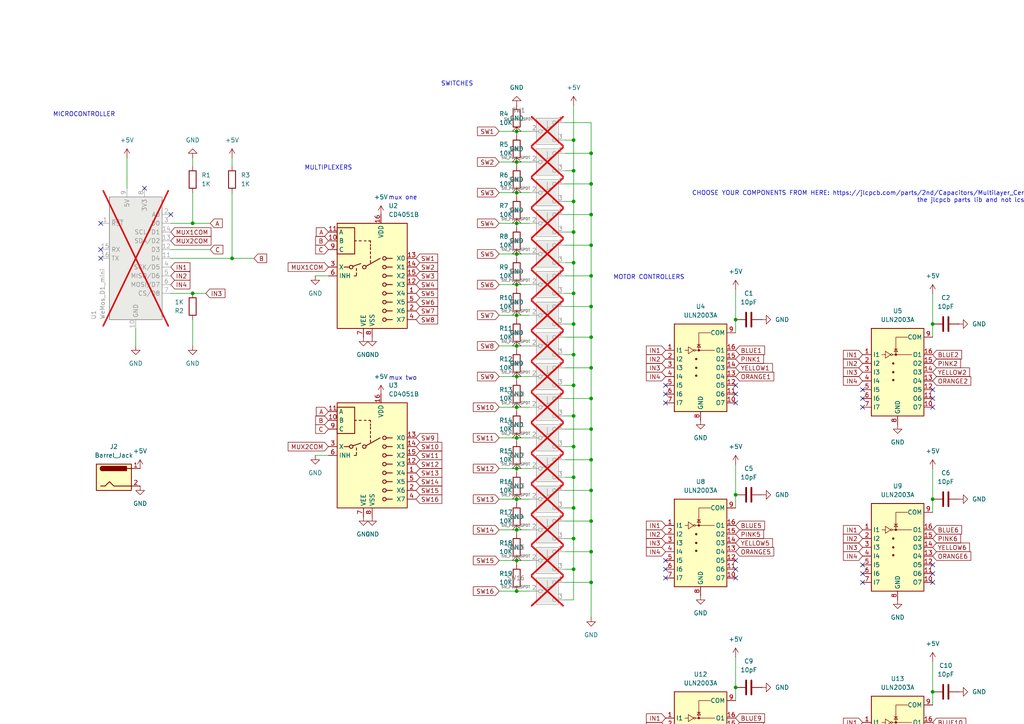
<source format=kicad_sch>
(kicad_sch (version 20231120) (generator "eeschema") (generator_version "8.0")
  (paper "A4")
  (junction (at 166.37 147.32))
  (junction (at 213.36 251.46))
  (junction (at 166.37 40.64))
  (junction (at 171.45 133.35))
  (junction (at 149.86 127))
  (junction (at 171.45 71.12))
  (junction (at 467.36 13.97))
  (junction (at 149.86 171.45))
  (junction (at 55.88 64.77))
  (junction (at 171.45 53.34))
  (junction (at 166.37 85.09))
  (junction (at 326.39 92.71))
  (junction (at 149.86 91.44))
  (junction (at 537.21 109.22))
  (junction (at 171.45 62.23))
  (junction (at 171.45 106.68))
  (junction (at 67.31 74.93))
  (junction (at 537.21 13.97))
  (junction (at 543.56 342.9))
  (junction (at 383.54 92.71))
  (junction (at 270.51 144.78))
  (junction (at 149.86 55.88))
  (junction (at 213.36 143.51))
  (junction (at 469.9 199.39))
  (junction (at 171.45 124.46))
  (junction (at 537.21 60.96))
  (junction (at 469.9 243.84))
  (junction (at 213.36 199.39))
  (junction (at 538.48 154.94))
  (junction (at 149.86 100.33))
  (junction (at 171.45 88.9))
  (junction (at 149.86 162.56))
  (junction (at 149.86 135.89))
  (junction (at 383.54 199.39))
  (junction (at 171.45 97.79))
  (junction (at 171.45 160.02))
  (junction (at 270.51 93.98))
  (junction (at 213.36 92.71))
  (junction (at 270.51 200.66))
  (junction (at 171.45 151.13))
  (junction (at 166.37 129.54))
  (junction (at 326.39 143.51))
  (junction (at 171.45 115.57))
  (junction (at 55.88 85.09))
  (junction (at 166.37 93.98))
  (junction (at 149.86 73.66))
  (junction (at 468.63 153.67))
  (junction (at 166.37 58.42))
  (junction (at 171.45 44.45))
  (junction (at 166.37 76.2))
  (junction (at 149.86 118.11))
  (junction (at 166.37 120.65))
  (junction (at 467.36 58.42))
  (junction (at 539.75 245.11))
  (junction (at 469.9 288.29))
  (junction (at 171.45 168.91))
  (junction (at 539.75 200.66))
  (junction (at 326.39 251.46))
  (junction (at 471.17 334.01))
  (junction (at 149.86 82.55))
  (junction (at 149.86 38.1))
  (junction (at 326.39 199.39))
  (junction (at 383.54 143.51))
  (junction (at 270.51 251.46))
  (junction (at 166.37 111.76))
  (junction (at 149.86 144.78))
  (junction (at 149.86 64.77))
  (junction (at 149.86 46.99))
  (junction (at 166.37 165.1))
  (junction (at 166.37 67.31))
  (junction (at 539.75 289.56))
  (junction (at 149.86 153.67))
  (junction (at 166.37 102.87))
  (junction (at 166.37 49.53))
  (junction (at 166.37 138.43))
  (junction (at 171.45 142.24))
  (junction (at 149.86 109.22))
  (junction (at 171.45 80.01))
  (junction (at 379.73 251.46))
  (junction (at 166.37 156.21))
  (junction (at 467.36 107.95))
  (no_connect (at 326.39 165.1))
  (no_connect (at 326.39 273.05))
  (no_connect (at 383.54 165.1))
  (no_connect (at 250.19 222.25))
  (no_connect (at 270.51 273.05))
  (no_connect (at 250.19 219.71))
  (no_connect (at 250.19 273.05))
  (no_connect (at 193.04 116.84))
  (no_connect (at 270.51 113.03))
  (no_connect (at 383.54 162.56))
  (no_connect (at 306.07 162.56))
  (no_connect (at 363.22 223.52))
  (no_connect (at 193.04 111.76))
  (no_connect (at 213.36 167.64))
  (no_connect (at 270.51 270.51))
  (no_connect (at 250.19 163.83))
  (no_connect (at 363.22 111.76))
  (no_connect (at 213.36 114.3))
  (no_connect (at 193.04 275.59))
  (no_connect (at 306.07 275.59))
  (no_connect (at 326.39 270.51))
  (no_connect (at 379.73 273.05))
  (no_connect (at 270.51 168.91))
  (no_connect (at 270.51 222.25))
  (no_connect (at 270.51 118.11))
  (no_connect (at 193.04 220.98))
  (no_connect (at 213.36 270.51))
  (no_connect (at 213.36 116.84))
  (no_connect (at 306.07 111.76))
  (no_connect (at 193.04 218.44))
  (no_connect (at 363.22 114.3))
  (no_connect (at 270.51 163.83))
  (no_connect (at 29.21 74.93))
  (no_connect (at 306.07 116.84))
  (no_connect (at 306.07 165.1))
  (no_connect (at 41.91 54.61))
  (no_connect (at 250.19 270.51))
  (no_connect (at 193.04 114.3))
  (no_connect (at 213.36 165.1))
  (no_connect (at 383.54 111.76))
  (no_connect (at 359.41 273.05))
  (no_connect (at 306.07 270.51))
  (no_connect (at 49.53 62.23))
  (no_connect (at 379.73 270.51))
  (no_connect (at 363.22 218.44))
  (no_connect (at 193.04 167.64))
  (no_connect (at 326.39 162.56))
  (no_connect (at 359.41 270.51))
  (no_connect (at 250.19 224.79))
  (no_connect (at 213.36 218.44))
  (no_connect (at 326.39 114.3))
  (no_connect (at 306.07 223.52))
  (no_connect (at 250.19 115.57))
  (no_connect (at 306.07 220.98))
  (no_connect (at 193.04 223.52))
  (no_connect (at 306.07 167.64))
  (no_connect (at 383.54 218.44))
  (no_connect (at 363.22 165.1))
  (no_connect (at 363.22 220.98))
  (no_connect (at 383.54 223.52))
  (no_connect (at 326.39 275.59))
  (no_connect (at 193.04 162.56))
  (no_connect (at 379.73 275.59))
  (no_connect (at 29.21 72.39))
  (no_connect (at 250.19 118.11))
  (no_connect (at 383.54 114.3))
  (no_connect (at 213.36 111.76))
  (no_connect (at 383.54 116.84))
  (no_connect (at 193.04 165.1))
  (no_connect (at 326.39 218.44))
  (no_connect (at 363.22 116.84))
  (no_connect (at 326.39 220.98))
  (no_connect (at 363.22 162.56))
  (no_connect (at 306.07 273.05))
  (no_connect (at 193.04 270.51))
  (no_connect (at 270.51 224.79))
  (no_connect (at 270.51 166.37))
  (no_connect (at 250.19 166.37))
  (no_connect (at 250.19 113.03))
  (no_connect (at 213.36 273.05))
  (no_connect (at 250.19 168.91))
  (no_connect (at 326.39 167.64))
  (no_connect (at 326.39 116.84))
  (no_connect (at 213.36 223.52))
  (no_connect (at 383.54 220.98))
  (no_connect (at 363.22 167.64))
  (no_connect (at 193.04 273.05))
  (no_connect (at 306.07 218.44))
  (no_connect (at 326.39 223.52))
  (no_connect (at 270.51 219.71))
  (no_connect (at 250.19 275.59))
  (no_connect (at 270.51 275.59))
  (no_connect (at 213.36 220.98))
  (no_connect (at 213.36 162.56))
  (no_connect (at 213.36 275.59))
  (no_connect (at 359.41 275.59))
  (no_connect (at 29.21 64.77))
  (no_connect (at 270.51 115.57))
  (no_connect (at 306.07 114.3))
  (no_connect (at 383.54 167.64))
  (no_connect (at 326.39 111.76))
  (wire (pts (xy 163.83 44.45) (xy 171.45 44.45)))
  (wire (pts (xy 163.83 165.1) (xy 166.37 165.1)))
  (wire (pts (xy 543.56 342.9) (xy 543.56 344.17)))
  (wire (pts (xy 144.78 171.45) (xy 149.86 171.45)))
  (wire (pts (xy 326.39 92.71) (xy 326.39 96.52)))
  (wire (pts (xy 144.78 109.22) (xy 149.86 109.22)))
  (wire (pts (xy 55.88 64.77) (xy 60.96 64.77)))
  (wire (pts (xy 539.75 281.94) (xy 539.75 289.56)))
  (wire (pts (xy 144.78 82.55) (xy 149.86 82.55)))
  (wire (pts (xy 467.36 101.6) (xy 467.36 107.95)))
  (wire (pts (xy 537.21 60.96) (xy 537.21 62.23)))
  (wire (pts (xy 163.83 53.34) (xy 171.45 53.34)))
  (wire (pts (xy 166.37 102.87) (xy 166.37 111.76)))
  (wire (pts (xy 326.39 242.57) (xy 326.39 251.46)))
  (wire (pts (xy 478.79 149.86) (xy 478.79 152.4)))
  (wire (pts (xy 55.88 85.09) (xy 59.69 85.09)))
  (wire (pts (xy 144.78 46.99) (xy 149.86 46.99)))
  (wire (pts (xy 171.45 71.12) (xy 171.45 80.01)))
  (wire (pts (xy 326.39 83.82) (xy 326.39 92.71)))
  (wire (pts (xy 166.37 49.53) (xy 166.37 58.42)))
  (wire (pts (xy 49.53 85.09) (xy 55.88 85.09)))
  (wire (pts (xy 166.37 147.32) (xy 166.37 156.21)))
  (wire (pts (xy 166.37 93.98) (xy 166.37 102.87)))
  (wire (pts (xy 55.88 45.72) (xy 55.88 48.26)))
  (wire (pts (xy 166.37 156.21) (xy 166.37 165.1)))
  (wire (pts (xy 166.37 40.64) (xy 166.37 49.53)))
  (wire (pts (xy 163.83 147.32) (xy 166.37 147.32)))
  (wire (pts (xy 270.51 242.57) (xy 270.51 251.46)))
  (wire (pts (xy 543.56 335.28) (xy 543.56 342.9)))
  (wire (pts (xy 144.78 135.89) (xy 149.86 135.89)))
  (wire (pts (xy 163.83 120.65) (xy 166.37 120.65)))
  (wire (pts (xy 163.83 106.68) (xy 171.45 106.68)))
  (wire (pts (xy 270.51 144.78) (xy 270.51 148.59)))
  (wire (pts (xy 166.37 30.48) (xy 166.37 40.64)))
  (wire (pts (xy 171.45 106.68) (xy 171.45 115.57)))
  (wire (pts (xy 547.37 57.15) (xy 547.37 59.69)))
  (wire (pts (xy 163.83 124.46) (xy 171.45 124.46)))
  (wire (pts (xy 383.54 190.5) (xy 383.54 199.39)))
  (wire (pts (xy 171.45 160.02) (xy 171.45 168.91)))
  (wire (pts (xy 171.45 62.23) (xy 171.45 71.12)))
  (wire (pts (xy 326.39 199.39) (xy 326.39 203.2)))
  (wire (pts (xy 166.37 67.31) (xy 166.37 76.2)))
  (wire (pts (xy 55.88 55.88) (xy 55.88 64.77)))
  (wire (pts (xy 149.86 127) (xy 153.67 127)))
  (wire (pts (xy 95.25 80.01) (xy 91.44 80.01)))
  (wire (pts (xy 469.9 281.94) (xy 469.9 288.29)))
  (wire (pts (xy 163.83 62.23) (xy 171.45 62.23)))
  (wire (pts (xy 163.83 67.31) (xy 166.37 67.31)))
  (wire (pts (xy 171.45 35.56) (xy 171.45 44.45)))
  (wire (pts (xy 163.83 133.35) (xy 171.45 133.35)))
  (wire (pts (xy 149.86 38.1) (xy 153.67 38.1)))
  (wire (pts (xy 270.51 135.89) (xy 270.51 144.78)))
  (wire (pts (xy 326.39 143.51) (xy 326.39 147.32)))
  (wire (pts (xy 383.54 134.62) (xy 383.54 143.51)))
  (wire (pts (xy 469.9 288.29) (xy 469.9 289.56)))
  (wire (pts (xy 537.21 10.16) (xy 537.21 13.97)))
  (wire (pts (xy 538.48 154.94) (xy 538.48 156.21)))
  (wire (pts (xy 163.83 129.54) (xy 166.37 129.54)))
  (wire (pts (xy 171.45 124.46) (xy 171.45 133.35)))
  (wire (pts (xy 537.21 54.61) (xy 537.21 60.96)))
  (wire (pts (xy 163.83 88.9) (xy 171.45 88.9)))
  (wire (pts (xy 213.36 134.62) (xy 213.36 143.51)))
  (wire (pts (xy 326.39 134.62) (xy 326.39 143.51)))
  (wire (pts (xy 467.36 107.95) (xy 467.36 109.22)))
  (wire (pts (xy 163.83 80.01) (xy 171.45 80.01)))
  (wire (pts (xy 481.33 336.55) (xy 481.33 339.09)))
  (wire (pts (xy 166.37 129.54) (xy 166.37 138.43)))
  (wire (pts (xy 166.37 120.65) (xy 166.37 129.54)))
  (wire (pts (xy 213.36 143.51) (xy 213.36 147.32)))
  (wire (pts (xy 144.78 100.33) (xy 149.86 100.33)))
  (wire (pts (xy 171.45 97.79) (xy 171.45 106.68)))
  (wire (pts (xy 144.78 55.88) (xy 149.86 55.88)))
  (wire (pts (xy 149.86 109.22) (xy 153.67 109.22)))
  (wire (pts (xy 166.37 165.1) (xy 166.37 173.99)))
  (wire (pts (xy 326.39 251.46) (xy 326.39 255.27)))
  (wire (pts (xy 171.45 168.91) (xy 171.45 179.07)))
  (wire (pts (xy 166.37 138.43) (xy 166.37 147.32)))
  (wire (pts (xy 95.25 132.08) (xy 91.44 132.08)))
  (wire (pts (xy 547.37 12.7) (xy 547.37 15.24)))
  (wire (pts (xy 67.31 74.93) (xy 73.66 74.93)))
  (wire (pts (xy 549.91 240.03) (xy 549.91 242.57)))
  (wire (pts (xy 144.78 38.1) (xy 149.86 38.1)))
  (wire (pts (xy 383.54 92.71) (xy 383.54 96.52)))
  (wire (pts (xy 144.78 127) (xy 149.86 127)))
  (wire (pts (xy 149.86 118.11) (xy 153.67 118.11)))
  (wire (pts (xy 539.75 245.11) (xy 539.75 246.38)))
  (wire (pts (xy 149.86 100.33) (xy 153.67 100.33)))
  (wire (pts (xy 383.54 199.39) (xy 383.54 203.2)))
  (wire (pts (xy 467.36 54.61) (xy 467.36 58.42)))
  (wire (pts (xy 171.45 88.9) (xy 171.45 97.79)))
  (wire (pts (xy 171.45 53.34) (xy 171.45 62.23)))
  (wire (pts (xy 144.78 162.56) (xy 149.86 162.56)))
  (wire (pts (xy 477.52 12.7) (xy 477.52 15.24)))
  (wire (pts (xy 469.9 243.84) (xy 469.9 245.11)))
  (wire (pts (xy 547.37 104.14) (xy 547.37 106.68)))
  (wire (pts (xy 213.36 92.71) (xy 213.36 96.52)))
  (wire (pts (xy 480.06 195.58) (xy 480.06 198.12)))
  (wire (pts (xy 469.9 193.04) (xy 469.9 199.39)))
  (wire (pts (xy 166.37 111.76) (xy 166.37 120.65)))
  (wire (pts (xy 469.9 199.39) (xy 469.9 200.66)))
  (wire (pts (xy 213.36 199.39) (xy 213.36 203.2)))
  (wire (pts (xy 163.83 151.13) (xy 171.45 151.13)))
  (wire (pts (xy 163.83 168.91) (xy 171.45 168.91)))
  (wire (pts (xy 163.83 49.53) (xy 166.37 49.53)))
  (wire (pts (xy 49.53 72.39) (xy 60.96 72.39)))
  (wire (pts (xy 67.31 45.72) (xy 67.31 48.26)))
  (wire (pts (xy 163.83 138.43) (xy 166.37 138.43)))
  (wire (pts (xy 467.36 10.16) (xy 467.36 13.97)))
  (wire (pts (xy 213.36 83.82) (xy 213.36 92.71)))
  (wire (pts (xy 171.45 133.35) (xy 171.45 142.24)))
  (wire (pts (xy 537.21 109.22) (xy 537.21 110.49)))
  (wire (pts (xy 171.45 44.45) (xy 171.45 53.34)))
  (wire (pts (xy 537.21 101.6) (xy 537.21 109.22)))
  (wire (pts (xy 149.86 55.88) (xy 153.67 55.88)))
  (wire (pts (xy 144.78 64.77) (xy 149.86 64.77)))
  (wire (pts (xy 270.51 251.46) (xy 270.51 255.27)))
  (wire (pts (xy 163.83 173.99) (xy 166.37 173.99)))
  (wire (pts (xy 149.86 171.45) (xy 153.67 171.45)))
  (wire (pts (xy 49.53 74.93) (xy 67.31 74.93)))
  (wire (pts (xy 379.73 251.46) (xy 379.73 255.27)))
  (wire (pts (xy 467.36 13.97) (xy 467.36 17.78)))
  (wire (pts (xy 149.86 73.66) (xy 153.67 73.66)))
  (wire (pts (xy 171.45 115.57) (xy 171.45 124.46)))
  (wire (pts (xy 149.86 64.77) (xy 153.67 64.77)))
  (wire (pts (xy 467.36 58.42) (xy 467.36 59.69)))
  (wire (pts (xy 163.83 58.42) (xy 166.37 58.42)))
  (wire (pts (xy 149.86 82.55) (xy 153.67 82.55)))
  (wire (pts (xy 270.51 85.09) (xy 270.51 93.98)))
  (wire (pts (xy 149.86 153.67) (xy 153.67 153.67)))
  (wire (pts (xy 144.78 91.44) (xy 149.86 91.44)))
  (wire (pts (xy 163.83 102.87) (xy 166.37 102.87)))
  (wire (pts (xy 163.83 85.09) (xy 166.37 85.09)))
  (wire (pts (xy 538.48 147.32) (xy 538.48 154.94)))
  (wire (pts (xy 163.83 76.2) (xy 166.37 76.2)))
  (wire (pts (xy 149.86 144.78) (xy 153.67 144.78)))
  (wire (pts (xy 163.83 35.56) (xy 171.45 35.56)))
  (wire (pts (xy 163.83 71.12) (xy 171.45 71.12)))
  (wire (pts (xy 36.83 45.72) (xy 36.83 54.61)))
  (wire (pts (xy 539.75 289.56) (xy 539.75 290.83)))
  (wire (pts (xy 477.52 104.14) (xy 477.52 106.68)))
  (wire (pts (xy 548.64 149.86) (xy 548.64 152.4)))
  (wire (pts (xy 171.45 80.01) (xy 171.45 88.9)))
  (wire (pts (xy 171.45 142.24) (xy 171.45 151.13)))
  (wire (pts (xy 149.86 135.89) (xy 153.67 135.89)))
  (wire (pts (xy 163.83 97.79) (xy 171.45 97.79)))
  (wire (pts (xy 383.54 143.51) (xy 383.54 147.32)))
  (wire (pts (xy 477.52 57.15) (xy 477.52 59.69)))
  (wire (pts (xy 471.17 334.01) (xy 471.17 342.9)))
  (wire (pts (xy 166.37 58.42) (xy 166.37 67.31)))
  (wire (pts (xy 163.83 115.57) (xy 171.45 115.57)))
  (wire (pts (xy 163.83 156.21) (xy 166.37 156.21)))
  (wire (pts (xy 480.06 284.48) (xy 480.06 287.02)))
  (wire (pts (xy 67.31 55.88) (xy 67.31 74.93)))
  (wire (pts (xy 539.75 200.66) (xy 539.75 201.93)))
  (wire (pts (xy 383.54 83.82) (xy 383.54 92.71)))
  (wire (pts (xy 480.06 240.03) (xy 480.06 242.57)))
  (wire (pts (xy 163.83 93.98) (xy 166.37 93.98)))
  (wire (pts (xy 166.37 85.09) (xy 166.37 93.98)))
  (wire (pts (xy 163.83 160.02) (xy 171.45 160.02)))
  (wire (pts (xy 144.78 153.67) (xy 149.86 153.67)))
  (wire (pts (xy 149.86 91.44) (xy 153.67 91.44)))
  (wire (pts (xy 549.91 195.58) (xy 549.91 198.12)))
  (wire (pts (xy 144.78 73.66) (xy 149.86 73.66)))
  (wire (pts (xy 469.9 237.49) (xy 469.9 243.84)))
  (wire (pts (xy 553.72 337.82) (xy 553.72 340.36)))
  (wire (pts (xy 149.86 162.56) (xy 153.67 162.56)))
  (wire (pts (xy 213.36 190.5) (xy 213.36 199.39)))
  (wire (pts (xy 163.83 111.76) (xy 166.37 111.76)))
  (wire (pts (xy 270.51 93.98) (xy 270.51 97.79)))
  (wire (pts (xy 270.51 191.77) (xy 270.51 200.66)))
  (wire (pts (xy 549.91 284.48) (xy 549.91 287.02)))
  (wire (pts (xy 166.37 76.2) (xy 166.37 85.09)))
  (wire (pts (xy 213.36 242.57) (xy 213.36 251.46)))
  (wire (pts (xy 537.21 13.97) (xy 537.21 15.24)))
  (wire (pts (xy 39.37 95.25) (xy 39.37 100.33)))
  (wire (pts (xy 166.37 40.64) (xy 163.83 40.64)))
  (wire (pts (xy 468.63 153.67) (xy 468.63 154.94)))
  (wire (pts (xy 171.45 151.13) (xy 171.45 160.02)))
  (wire (pts (xy 326.39 190.5) (xy 326.39 199.39)))
  (wire (pts (xy 144.78 118.11) (xy 149.86 118.11)))
  (wire (pts (xy 379.73 242.57) (xy 379.73 251.46)))
  (wire (pts (xy 49.53 64.77) (xy 55.88 64.77)))
  (wire (pts (xy 55.88 92.71) (xy 55.88 100.33)))
  (wire (pts (xy 163.83 142.24) (xy 171.45 142.24)))
  (wire (pts (xy 144.78 144.78) (xy 149.86 144.78)))
  (wire (pts (xy 468.63 147.32) (xy 468.63 153.67)))
  (wire (pts (xy 149.86 46.99) (xy 153.67 46.99)))
  (wire (pts (xy 270.51 200.66) (xy 270.51 204.47)))
  (wire (pts (xy 539.75 193.04) (xy 539.75 200.66)))
  (wire (pts (xy 213.36 251.46) (xy 213.36 255.27)))
  (wire (pts (xy 539.75 237.49) (xy 539.75 245.11)))
  (rectangle (start 516.89 318.77) (end 593.09 364.49))
  (text "pink coil 2" (at 543.814 163.576 90) (effects (font (size 1.27 1.27))))
  (text "blue coil 4" (at 549.91 212.598 90) (effects (font (size 1.27 1.27))))
  (text "yellow coil 3" (at 522.224 274.574 0) (effects (font (size 1.27 1.27))))
  (text "orange coil 1" (at 518.414 7.62 0) (effects (font (size 1.27 1.27))))
  (text "pink coil 2" (at 475.234 253.746 90) (effects (font (size 1.27 1.27))))
  (text "orange coil 1" (at 520.954 234.95 0) (effects (font (size 1.27 1.27))))
  (text "orange coil 1" (at 518.414 52.07 0) (effects (font (size 1.27 1.27))))
  (text "pink coil 2" (at 473.964 163.576 90) (effects (font (size 1.27 1.27))))
  (text "orange coil 1" (at 524.764 332.74 0) (effects (font (size 1.27 1.27))))
  (text "yellow coil 3" (at 449.834 47.244 0) (effects (font (size 1.27 1.27))))
  (text "orange coil 1" (at 451.104 190.5 0) (effects (font (size 1.27 1.27))))
  (text "pink coil 2" (at 472.694 70.866 90) (effects (font (size 1.27 1.27))))
  (text "yellow coil 3" (at 522.224 185.674 0) (effects (font (size 1.27 1.27))))
  (text "pink coil 2" (at 548.894 351.536 90) (effects (font (size 1.27 1.27))))
  (text "orange coil 1" (at 448.564 7.62 0) (effects (font (size 1.27 1.27))))
  (text "blue coil 4" (at 549.91 301.498 90) (effects (font (size 1.27 1.27))))
  (text "blue coil 4" (at 481.33 353.568 90) (effects (font (size 1.27 1.27))))
  (text "orange coil 1" (at 451.104 234.95 0) (effects (font (size 1.27 1.27))))
  (text "blue coil 4" (at 477.52 74.168 90) (effects (font (size 1.27 1.27))))
  (text "yellow coil 3" (at 519.684 94.234 0) (effects (font (size 1.27 1.27))))
  (text "yellow coil 3" (at 451.104 139.954 0) (effects (font (size 1.27 1.27))))
  (text "MICROCONTROLLER\n" (at 24.384 33.274 0) (effects (font (size 1.27 1.27))))
  (text "yellow coil 3" (at 452.374 230.124 0) (effects (font (size 1.27 1.27))))
  (text "mux two\n" (at 116.84 109.728 0) (effects (font (size 1.27 1.27))))
  (text "orange coil 1" (at 448.564 52.07 0) (effects (font (size 1.27 1.27))))
  (text "pink coil 2" (at 545.084 298.196 90) (effects (font (size 1.27 1.27))))
  (text "blue coil 4" (at 480.06 212.598 90) (effects (font (size 1.27 1.27))))
  (text "blue coil 4" (at 547.37 121.158 90) (effects (font (size 1.27 1.27))))
  (text "orange coil 1" (at 519.684 144.78 0) (effects (font (size 1.27 1.27))))
  (text "yellow coil 3" (at 449.834 2.794 0) (effects (font (size 1.27 1.27))))
  (text "yellow coil 3" (at 452.374 274.574 0) (effects (font (size 1.27 1.27))))
  (text "blue coil 4" (at 549.91 257.048 90) (effects (font (size 1.27 1.27))))
  (text "pink coil 2" (at 545.084 209.296 90) (effects (font (size 1.27 1.27))))
  (text "yellow coil 3" (at 449.834 94.234 0) (effects (font (size 1.27 1.27))))
  (text "blue coil 4" (at 548.64 166.878 90) (effects (font (size 1.27 1.27))))
  (text "blue coil 4" (at 553.72 354.838 90) (effects (font (size 1.27 1.27))))
  (text "pink coil 2" (at 476.504 350.266 90) (effects (font (size 1.27 1.27))))
  (text "yellow coil 3" (at 519.684 47.244 0) (effects (font (size 1.27 1.27))))
  (text "orange coil 1" (at 448.564 99.06 0) (effects (font (size 1.27 1.27))))
  (text "pink coil 2" (at 542.544 117.856 90) (effects (font (size 1.27 1.27))))
  (text "orange coil 1" (at 520.954 279.4 0) (effects (font (size 1.27 1.27))))
  (text "blue coil 4" (at 547.37 74.168 90) (effects (font (size 1.27 1.27))))
  (text "pink coil 2" (at 542.544 26.416 90) (effects (font (size 1.27 1.27))))
  (text "pink coil 2" (at 542.544 70.866 90) (effects (font (size 1.27 1.27))))
  (text "blue coil 4" (at 480.06 301.498 90) (effects (font (size 1.27 1.27))))
  (text "yellow coil 3" (at 519.684 2.794 0) (effects (font (size 1.27 1.27))))
  (text "good\n" (at 520.7 317.5 0) (effects (font (size 1.27 1.27))))
  (text "pink coil 2" (at 475.234 298.196 90) (effects (font (size 1.27 1.27))))
  (text "SWITCHES\n" (at 132.588 24.384 0) (effects (font (size 1.27 1.27))))
  (text "MOTOR CONTROLLERS" (at 188.214 80.518 0) (effects (font (size 1.27 1.27))))
  (text "orange coil 1" (at 451.104 279.4 0) (effects (font (size 1.27 1.27))))
  (text "yellow coil 3" (at 452.374 185.674 0) (effects (font (size 1.27 1.27))))
  (text "orange coil 1" (at 520.954 190.5 0) (effects (font (size 1.27 1.27))))
  (text "CHOOSE YOUR COMPONENTS FROM HERE: https://jlcpcb.com/parts/2nd/Capacitors/Multilayer_Ceramic_Capacitors_MLCC_SMD_SMT_33?spm=search&searchTxt=10pf%20\nthe jlcpcb parts lib and not lcsc!!" (at 282.702 57.15 0) (effects (font (size 1.27 1.27))))
  (text "yellow coil 3" (at 520.954 139.954 0) (effects (font (size 1.27 1.27))))
  (text "yellow coil 3" (at 526.034 327.914 0) (effects (font (size 1.27 1.27))))
  (text "MULTIPLEXERS" (at 95.25 48.768 0) (effects (font (size 1.27 1.27))))
  (text "blue coil 4" (at 478.79 166.878 90) (effects (font (size 1.27 1.27))))
  (text "orange coil 1" (at 518.414 99.06 0) (effects (font (size 1.27 1.27))))
  (text "yellow coil 3" (at 522.224 230.124 0) (effects (font (size 1.27 1.27))))
  (text "yellow coil 3" (at 453.644 326.644 0) (effects (font (size 1.27 1.27))))
  (text "pink coil 2" (at 545.084 253.746 90) (effects (font (size 1.27 1.27))))
  (text "mux one\n" (at 116.84 57.404 0) (effects (font (size 1.27 1.27))))
  (text "pink coil 2" (at 475.234 209.296 90) (effects (font (size 1.27 1.27))))
  (text "orange coil 1" (at 449.834 144.78 0) (effects (font (size 1.27 1.27))))
  (text "pink coil 2" (at 472.694 117.856 90) (effects (font (size 1.27 1.27))))
  (text "orange coil 1" (at 452.374 331.47 0) (effects (font (size 1.27 1.27))))
  (text "blue coil 4" (at 477.52 30.48 90) (effects (font (size 1.27 1.27))))
  (text "blue coil 4" (at 480.06 257.048 90) (effects (font (size 1.27 1.27))))
  (text "blue coil 4" (at 547.37 29.718 90) (effects (font (size 1.27 1.27))))
  (text "pink coil 2" (at 472.694 26.416 90) (effects (font (size 1.27 1.27))))
  (text "blue coil 4" (at 477.52 121.158 90) (effects (font (size 1.27 1.27))))
  (global_label "YELLOW4" (shape input) (at 383.54 106.68 0) (property "Intersheetrefs" "${INTERSHEET_REFS}" (effects (hide yes))))
  (global_label "IN4" (shape input) (at 306.07 215.9 180) (property "Intersheetrefs" "${INTERSHEET_REFS}" (effects (hide yes))))
  (global_label "YELLOW6" (shape input) (at 270.51 158.75 0) (property "Intersheetrefs" "${INTERSHEET_REFS}" (effects (hide yes))))
  (global_label "PINK1" (shape input) (at 472.44 12.7 270) (property "Intersheetrefs" "${INTERSHEET_REFS}" (effects (hide yes))))
  (global_label "SW16" (shape input) (at 144.78 171.45 180) (property "Intersheetrefs" "${INTERSHEET_REFS}" (effects (hide yes))))
  (global_label "MUX1COM" (shape input) (at 95.25 77.47 180) (property "Intersheetrefs" "${INTERSHEET_REFS}" (effects (hide yes))))
  (global_label "BLUE5" (shape input) (at 213.36 152.4 0) (property "Intersheetrefs" "${INTERSHEET_REFS}" (effects (hide yes))))
  (global_label "ORANGE3" (shape input) (at 326.39 109.22 0) (property "Intersheetrefs" "${INTERSHEET_REFS}" (effects (hide yes))))
  (global_label "BLUE3" (shape input) (at 326.39 101.6 0) (property "Intersheetrefs" "${INTERSHEET_REFS}" (effects (hide yes))))
  (global_label "YELLOW13" (shape input) (at 213.36 265.43 0) (property "Intersheetrefs" "${INTERSHEET_REFS}" (effects (hide yes))))
  (global_label "IN3" (shape input) (at 359.41 265.43 180) (property "Intersheetrefs" "${INTERSHEET_REFS}" (effects (hide yes))))
  (global_label "PINK12" (shape input) (at 383.54 210.82 0) (property "Intersheetrefs" "${INTERSHEET_REFS}" (effects (hide yes))))
  (global_label "SW3" (shape input) (at 144.78 55.88 180) (property "Intersheetrefs" "${INTERSHEET_REFS}" (effects (hide yes))))
  (global_label "RED" (shape input) (at 537.21 62.23 270) (property "Intersheetrefs" "${INTERSHEET_REFS}" (effects (hide yes))))
  (global_label "ORANGE10" (shape input) (at 537.21 99.06 180) (property "Intersheetrefs" "${INTERSHEET_REFS}" (effects (hide yes))))
  (global_label "IN1" (shape input) (at 306.07 208.28 180) (property "Intersheetrefs" "${INTERSHEET_REFS}" (effects (hide yes))))
  (global_label "IN3" (shape input) (at 306.07 265.43 180) (property "Intersheetrefs" "${INTERSHEET_REFS}" (effects (hide yes))))
  (global_label "IN4" (shape input) (at 193.04 109.22 180) (property "Intersheetrefs" "${INTERSHEET_REFS}" (effects (hide yes))))
  (global_label "BLUE8" (shape input) (at 383.54 152.4 0) (property "Intersheetrefs" "${INTERSHEET_REFS}" (effects (hide yes))))
  (global_label "C" (shape input) (at 95.25 124.46 180) (property "Intersheetrefs" "${INTERSHEET_REFS}" (effects (hide yes))))
  (global_label "IN1" (shape input) (at 250.19 153.67 180) (property "Intersheetrefs" "${INTERSHEET_REFS}" (effects (hide yes))))
  (global_label "SW7" (shape input) (at 144.78 91.44 180) (property "Intersheetrefs" "${INTERSHEET_REFS}" (effects (hide yes))))
  (global_label "IN2" (shape input) (at 193.04 262.89 180) (property "Intersheetrefs" "${INTERSHEET_REFS}" (effects (hide yes))))
  (global_label "RED" (shape input) (at 537.21 110.49 270) (property "Intersheetrefs" "${INTERSHEET_REFS}" (effects (hide yes))))
  (global_label "PINK1" (shape input) (at 213.36 104.14 0) (property "Intersheetrefs" "${INTERSHEET_REFS}" (effects (hide yes))))
  (global_label "PINK11" (shape input) (at 543.56 149.86 270) (property "Intersheetrefs" "${INTERSHEET_REFS}" (effects (hide yes))))
  (global_label "PINK8" (shape input) (at 383.54 154.94 0) (property "Intersheetrefs" "${INTERSHEET_REFS}" (effects (hide yes))))
  (global_label "IN4" (shape input) (at 306.07 160.02 180) (property "Intersheetrefs" "${INTERSHEET_REFS}" (effects (hide yes))))
  (global_label "ORANGE6" (shape input) (at 270.51 161.29 0) (property "Intersheetrefs" "${INTERSHEET_REFS}" (effects (hide yes))))
  (global_label "C" (shape input) (at 60.96 72.39 0) (property "Intersheetrefs" "${INTERSHEET_REFS}" (effects (hide yes))))
  (global_label "IN3" (shape input) (at 250.19 214.63 180) (property "Intersheetrefs" "${INTERSHEET_REFS}" (effects (hide yes))))
  (global_label "IN2" (shape input) (at 49.53 80.01 0) (property "Intersheetrefs" "${INTERSHEET_REFS}" (effects (hide yes))))
  (global_label "ORANGE15" (shape input) (at 471.17 331.47 180) (property "Intersheetrefs" "${INTERSHEET_REFS}" (effects (hide yes))))
  (global_label "PINK16" (shape input) (at 379.73 262.89 0) (property "Intersheetrefs" "${INTERSHEET_REFS}" (effects (hide yes))))
  (global_label "ORANGE5" (shape input) (at 469.9 190.5 180) (property "Intersheetrefs" "${INTERSHEET_REFS}" (effects (hide yes))))
  (global_label "B" (shape input) (at 73.66 74.93 0) (property "Intersheetrefs" "${INTERSHEET_REFS}" (effects (hide yes))))
  (global_label "PINK3" (shape input) (at 326.39 104.14 0) (property "Intersheetrefs" "${INTERSHEET_REFS}" (effects (hide yes))))
  (global_label "IN1" (shape input) (at 359.41 260.35 180) (property "Intersheetrefs" "${INTERSHEET_REFS}" (effects (hide yes))))
  (global_label "YELLOW14" (shape input) (at 270.51 265.43 0) (property "Intersheetrefs" "${INTERSHEET_REFS}" (effects (hide yes))))
  (global_label "YELLOW11" (shape input) (at 326.39 213.36 0) (property "Intersheetrefs" "${INTERSHEET_REFS}" (effects (hide yes))))
  (global_label "SW15" (shape input) (at 144.78 162.56 180) (property "Intersheetrefs" "${INTERSHEET_REFS}" (effects (hide yes))))
  (global_label "PINK7" (shape input) (at 326.39 154.94 0) (property "Intersheetrefs" "${INTERSHEET_REFS}" (effects (hide yes))))
  (global_label "BLUE6" (shape input) (at 480.06 242.57 270) (property "Intersheetrefs" "${INTERSHEET_REFS}" (effects (hide yes))))
  (global_label "PINK16" (shape input) (at 548.64 337.82 270) (property "Intersheetrefs" "${INTERSHEET_REFS}" (effects (hide yes))))
  (global_label "BLUE4" (shape input) (at 383.54 101.6 0) (property "Intersheetrefs" "${INTERSHEET_REFS}" (effects (hide yes))))
  (global_label "IN4" (shape input) (at 193.04 160.02 180) (property "Intersheetrefs" "${INTERSHEET_REFS}" (effects (hide yes))))
  (global_label "ORANGE16" (shape input) (at 543.56 332.74 180) (property "Intersheetrefs" "${INTERSHEET_REFS}" (effects (hide yes))))
  (global_label "BLUE7" (shape input) (at 480.06 287.02 270) (property "Intersheetrefs" "${INTERSHEET_REFS}" (effects (hide yes))))
  (global_label "IN3" (shape input) (at 363.22 213.36 180) (property "Intersheetrefs" "${INTERSHEET_REFS}" (effects (hide yes))))
  (global_label "IN4" (shape input) (at 250.19 217.17 180) (property "Intersheetrefs" "${INTERSHEET_REFS}" (effects (hide yes))))
  (global_label "YELLOW4" (shape input) (at 468.63 139.7 180) (property "Intersheetrefs" "${INTERSHEET_REFS}" (effects (hide yes))))
  (global_label "IN3" (shape input) (at 59.69 85.09 0) (property "Intersheetrefs" "${INTERSHEET_REFS}" (effects (hide yes))))
  (global_label "MUX2COM" (shape input) (at 49.53 69.85 0) (property "Intersheetrefs" "${INTERSHEET_REFS}" (effects (hide yes))))
  (global_label "IN4" (shape input) (at 363.22 109.22 180) (property "Intersheetrefs" "${INTERSHEET_REFS}" (effects (hide yes))))
  (global_label "BLUE13" (shape input) (at 213.36 260.35 0) (property "Intersheetrefs" "${INTERSHEET_REFS}" (effects (hide yes))))
  (global_label "SW7" (shape input) (at 120.65 90.17 0) (property "Intersheetrefs" "${INTERSHEET_REFS}" (effects (hide yes))))
  (global_label "BLUE2" (shape input) (at 477.52 59.69 270) (property "Intersheetrefs" "${INTERSHEET_REFS}" (effects (hide yes))))
  (global_label "ORANGE7" (shape input) (at 326.39 160.02 0) (property "Intersheetrefs" "${INTERSHEET_REFS}" (effects (hide yes))))
  (global_label "BLUE4" (shape input) (at 478.79 152.4 270) (property "Intersheetrefs" "${INTERSHEET_REFS}" (effects (hide yes))))
  (global_label "SW12" (shape input) (at 120.65 134.62 0) (property "Intersheetrefs" "${INTERSHEET_REFS}" (effects (hide yes))))
  (global_label "BLUE10" (shape input) (at 547.37 106.68 270) (property "Intersheetrefs" "${INTERSHEET_REFS}" (effects (hide yes))))
  (global_label "IN3" (shape input) (at 193.04 213.36 180) (property "Intersheetrefs" "${INTERSHEET_REFS}" (effects (hide yes))))
  (global_label "BLUE14" (shape input) (at 270.51 260.35 0) (property "Intersheetrefs" "${INTERSHEET_REFS}" (effects (hide yes))))
  (global_label "IN4" (shape input) (at 193.04 267.97 180) (property "Intersheetrefs" "${INTERSHEET_REFS}" (effects (hide yes))))
  (global_label "RED" (shape input) (at 471.17 342.9 270) (property "Intersheetrefs" "${INTERSHEET_REFS}" (effects (hide yes))))
  (global_label "SW10" (shape input) (at 144.78 118.11 180) (property "Intersheetrefs" "${INTERSHEET_REFS}" (effects (hide yes))))
  (global_label "BLUE5" (shape input) (at 480.06 198.12 270) (property "Intersheetrefs" "${INTERSHEET_REFS}" (effects (hide yes))))
  (global_label "IN4" (shape input) (at 306.07 267.97 180) (property "Intersheetrefs" "${INTERSHEET_REFS}" (effects (hide yes))))
  (global_label "IN1" (shape input) (at 193.04 101.6 180) (property "Intersheetrefs" "${INTERSHEET_REFS}" (effects (hide yes))))
  (global_label "SW11" (shape input) (at 120.65 132.08 0) (property "Intersheetrefs" "${INTERSHEET_REFS}" (effects (hide yes))))
  (global_label "YELLOW16" (shape input) (at 543.56 327.66 180) (property "Intersheetrefs" "${INTERSHEET_REFS}" (effects (hide yes))))
  (global_label "IN3" (shape input) (at 363.22 106.68 180) (property "Intersheetrefs" "${INTERSHEET_REFS}" (effects (hide yes))))
  (global_label "ORANGE8" (shape input) (at 537.21 7.62 180) (property "Intersheetrefs" "${INTERSHEET_REFS}" (effects (hide yes))))
  (global_label "IN4" (shape input) (at 359.41 267.97 180) (property "Intersheetrefs" "${INTERSHEET_REFS}" (effects (hide yes))))
  (global_label "MUX1COM" (shape input) (at 49.53 67.31 0) (property "Intersheetrefs" "${INTERSHEET_REFS}" (effects (hide yes))))
  (global_label "BLUE14" (shape input) (at 549.91 287.02 270) (property "Intersheetrefs" "${INTERSHEET_REFS}" (effects (hide yes))))
  (global_label "PINK14" (shape input) (at 270.51 262.89 0) (property "Intersheetrefs" "${INTERSHEET_REFS}" (effects (hide yes))))
  (global_label "BLUE15" (shape input) (at 481.33 339.09 270) (property "Intersheetrefs" "${INTERSHEET_REFS}" (effects (hide yes))))
  (global_label "ORANGE12" (shape input) (at 539.75 190.5 180) (property "Intersheetrefs" "${INTERSHEET_REFS}" (effects (hide yes))))
  (global_label "RED" (shape input) (at 538.48 156.21 270) (property "Intersheetrefs" "${INTERSHEET_REFS}" (effects (hide yes))))
  (global_label "ORANGE5" (shape input) (at 213.36 160.02 0) (property "Intersheetrefs" "${INTERSHEET_REFS}" (effects (hide yes))))
  (global_label "YELLOW15" (shape input) (at 471.17 326.39 180) (property "Intersheetrefs" "${INTERSHEET_REFS}" (effects (hide yes))))
  (global_label "IN4" (shape input) (at 363.22 215.9 180) (property "Intersheetrefs" "${INTERSHEET_REFS}" (effects (hide yes))))
  (global_label "RED" (shape input) (at 543.56 344.17 270) (property "Intersheetrefs" "${INTERSHEET_REFS}" (effects (hide yes))))
  (global_label "SW12" (shape input) (at 144.78 135.89 180) (property "Intersheetrefs" "${INTERSHEET_REFS}" (effects (hide yes))))
  (global_label "YELLOW2" (shape input) (at 270.51 107.95 0) (property "Intersheetrefs" "${INTERSHEET_REFS}" (effects (hide yes))))
  (global_label "RED" (shape input) (at 539.75 290.83 270) (property "Intersheetrefs" "${INTERSHEET_REFS}" (effects (hide yes))))
  (global_label "PINK9" (shape input) (at 542.29 57.15 270) (property "Intersheetrefs" "${INTERSHEET_REFS}" (effects (hide yes))))
  (global_label "YELLOW1" (shape input) (at 467.36 2.54 180) (property "Intersheetrefs" "${INTERSHEET_REFS}" (effects (hide yes))))
  (global_label "IN1" (shape input) (at 363.22 208.28 180) (property "Intersheetrefs" "${INTERSHEET_REFS}" (effects (hide yes))))
  (global_label "SW13" (shape input) (at 144.78 144.78 180) (property "Intersheetrefs" "${INTERSHEET_REFS}" (effects (hide yes))))
  (global_label "PINK4" (shape input) (at 383.54 104.14 0) (property "Intersheetrefs" "${INTERSHEET_REFS}" (effects (hide yes))))
  (global_label "ORANGE11" (shape input) (at 538.48 144.78 180) (property "Intersheetrefs" "${INTERSHEET_REFS}" (effects (hide yes))))
  (global_label "IN2" (shape input) (at 363.22 154.94 180) (property "Intersheetrefs" "${INTERSHEET_REFS}" (effects (hide yes))))
  (global_label "ORANGE14" (shape input) (at 539.75 279.4 180) (property "Intersheetrefs" "${INTERSHEET_REFS}" (effects (hide yes))))
  (global_label "YELLOW12" (shape input) (at 539.75 185.42 180) (property "Intersheetrefs" "${INTERSHEET_REFS}" (effects (hide yes))))
  (global_label "SW8" (shape input) (at 144.78 100.33 180) (property "Intersheetrefs" "${INTERSHEET_REFS}" (effects (hide yes))))
  (global_label "BLUE7" (shape input) (at 326.39 152.4 0) (property "Intersheetrefs" "${INTERSHEET_REFS}" (effects (hide yes))))
  (global_label "IN1" (shape input) (at 193.04 152.4 180) (property "Intersheetrefs" "${INTERSHEET_REFS}" (effects (hide yes))))
  (global_label "MUX2COM" (shape input) (at 95.25 129.54 180) (property "Intersheetrefs" "${INTERSHEET_REFS}" (effects (hide yes))))
  (global_label "A" (shape input) (at 60.96 64.77 0) (property "Intersheetrefs" "${INTERSHEET_REFS}" (effects (hide yes))))
  (global_label "IN4" (shape input) (at 250.19 110.49 180) (property "Intersheetrefs" "${INTERSHEET_REFS}" (effects (hide yes))))
  (global_label "SW6" (shape input) (at 120.65 87.63 0) (property "Intersheetrefs" "${INTERSHEET_REFS}" (effects (hide yes))))
  (global_label "IN1" (shape input) (at 250.19 209.55 180) (property "Intersheetrefs" "${INTERSHEET_REFS}" (effects (hide yes))))
  (global_label "IN3" (shape input) (at 193.04 157.48 180) (property "Intersheetrefs" "${INTERSHEET_REFS}" (effects (hide yes))))
  (global_label "PINK13" (shape input) (at 213.36 262.89 0) (property "Intersheetrefs" "${INTERSHEET_REFS}" (effects (hide yes))))
  (global_label "BLUE3" (shape input) (at 477.52 106.68 270) (property "Intersheetrefs" "${INTERSHEET_REFS}" (effects (hide yes))))
  (global_label "ORANGE4" (shape input) (at 468.63 144.78 180) (property "Intersheetrefs" "${INTERSHEET_REFS}" (effects (hide yes))))
  (global_label "IN1" (shape input) (at 363.22 152.4 180) (property "Intersheetrefs" "${INTERSHEET_REFS}" (effects (hide yes))))
  (global_label "SW2" (shape input) (at 144.78 46.99 180) (property "Intersheetrefs" "${INTERSHEET_REFS}" (effects (hide yes))))
  (global_label "IN3" (shape input) (at 306.07 213.36 180) (property "Intersheetrefs" "${INTERSHEET_REFS}" (effects (hide yes))))
  (global_label "PINK15" (shape input) (at 326.39 262.89 0) (property "Intersheetrefs" "${INTERSHEET_REFS}" (effects (hide yes))))
  (global_label "B" (shape input) (at 95.25 121.92 180) (property "Intersheetrefs" "${INTERSHEET_REFS}" (effects (hide yes))))
  (global_label "YELLOW7" (shape input) (at 469.9 274.32 180) (property "Intersheetrefs" "${INTERSHEET_REFS}" (effects (hide yes))))
  (global_label "SW1" (shape input) (at 120.65 74.93 0) (property "Intersheetrefs" "${INTERSHEET_REFS}" (effects (hide yes))))
  (global_label "ORANGE2" (shape input) (at 467.36 52.07 180) (property "Intersheetrefs" "${INTERSHEET_REFS}" (effects (hide yes))))
  (global_label "YELLOW8" (shape input) (at 537.21 2.54 180) (property "Intersheetrefs" "${INTERSHEET_REFS}" (effects (hide yes))))
  (global_label "IN2" (shape input) (at 193.04 210.82 180) (property "Intersheetrefs" "${INTERSHEET_REFS}" (effects (hide yes))))
  (global_label "BLUE12" (shape input) (at 549.91 198.12 270) (property "Intersheetrefs" "${INTERSHEET_REFS}" (effects (hide yes))))
  (global_label "IN2" (shape input) (at 306.07 104.14 180) (property "Intersheetrefs" "${INTERSHEET_REFS}" (effects (hide yes))))
  (global_label "IN2" (shape input) (at 306.07 154.94 180) (property "Intersheetrefs" "${INTERSHEET_REFS}" (effects (hide yes))))
  (global_label "IN4" (shape input) (at 363.22 160.02 180) (property "Intersheetrefs" "${INTERSHEET_REFS}" (effects (hide yes))))
  (global_label "PINK10" (shape input) (at 542.29 104.14 270) (property "Intersheetrefs" "${INTERSHEET_REFS}" (effects (hide yes))))
  (global_label "SW15" (shape input) (at 120.65 142.24 0) (property "Intersheetrefs" "${INTERSHEET_REFS}" (effects (hide yes))))
  (global_label "IN1" (shape input) (at 250.19 260.35 180) (property "Intersheetrefs" "${INTERSHEET_REFS}" (effects (hide yes))))
  (global_label "RED" (shape input) (at 469.9 245.11 270) (property "Intersheetrefs" "${INTERSHEET_REFS}" (effects (hide yes))))
  (global_label "PINK14" (shape input) (at 544.83 284.48 270) (property "Intersheetrefs" "${INTERSHEET_REFS}" (effects (hide yes))))
  (global_label "SW4" (shape input) (at 120.65 82.55 0) (property "Intersheetrefs" "${INTERSHEET_REFS}" (effects (hide yes))))
  (global_label "IN2" (shape input) (at 306.07 262.89 180) (property "Intersheetrefs" "${INTERSHEET_REFS}" (effects (hide yes))))
  (global_label "RED" (shape input) (at 539.75 246.38 270) (property "Intersheetrefs" "${INTERSHEET_REFS}" (effects (hide yes))))
  (global_label "RED" (shape input) (at 469.9 200.66 270) (property "Intersheetrefs" "${INTERSHEET_REFS}" (effects (hide yes))))
  (global_label "SW5" (shape input) (at 120.65 85.09 0) (property "Intersheetrefs" "${INTERSHEET_REFS}" (effects (hide yes))))
  (global_label "PINK12" (shape input) (at 544.83 195.58 270) (property "Intersheetrefs" "${INTERSHEET_REFS}" (effects (hide yes))))
  (global_label "A" (shape input) (at 95.25 119.38 180) (property "Intersheetrefs" "${INTERSHEET_REFS}" (effects (hide yes))))
  (global_label "IN1" (shape input) (at 306.07 152.4 180) (property "Intersheetrefs" "${INTERSHEET_REFS}" (effects (hide yes))))
  (global_label "IN1" (shape input) (at 193.04 208.28 180) (property "Intersheetrefs" "${INTERSHEET_REFS}" (effects (hide yes))))
  (global_label "IN1" (shape input) (at 306.07 260.35 180) (property "Intersheetrefs" "${INTERSHEET_REFS}" (effects (hide yes))))
  (global_label "IN2" (shape input) (at 250.19 105.41 180) (property "Intersheetrefs" "${INTERSHEET_REFS}" (effects (hide yes))))
  (global_label "SW8" (shape input) (at 120.65 92.71 0) (property "Intersheetrefs" "${INTERSHEET_REFS}" (effects (hide yes))))
  (global_label "IN1" (shape input) (at 193.04 260.35 180) (property "Intersheetrefs" "${INTERSHEET_REFS}" (effects (hide yes))))
  (global_label "SW14" (shape input) (at 120.65 139.7 0) (property "Intersheetrefs" "${INTERSHEET_REFS}" (effects (hide yes))))
  (global_label "SW3" (shape input) (at 120.65 80.01 0) (property "Intersheetrefs" "${INTERSHEET_REFS}" (effects (hide yes))))
  (global_label "BLUE11" (shape input) (at 326.39 208.28 0) (property "Intersheetrefs" "${INTERSHEET_REFS}" (effects (hide yes))))
  (global_label "IN3" (shape input) (at 306.07 157.48 180) (property "Intersheetrefs" "${INTERSHEET_REFS}" (effects (hide yes))))
  (global_label "IN4" (shape input) (at 193.04 215.9 180) (property "Intersheetrefs" "${INTERSHEET_REFS}" (effects (hide yes))))
  (global_label "IN4" (shape input) (at 250.19 267.97 180) (property "Intersheetrefs" "${INTERSHEET_REFS}" (effects (hide yes))))
  (global_label "RED" (shape input) (at 468.63 154.94 270) (property "Intersheetrefs" "${INTERSHEET_REFS}" (effects (hide yes))))
  (global_label "ORANGE4" (shape input) (at 383.54 109.22 0) (property "Intersheetrefs" "${INTERSHEET_REFS}" (effects (hide yes))))
  (global_label "IN3" (shape input) (at 306.07 106.68 180) (property "Intersheetrefs" "${INTERSHEET_REFS}" (effects (hide yes))))
  (global_label "BLUE9" (shape input) (at 547.37 59.69 270) (property "Intersheetrefs" "${INTERSHEET_REFS}" (effects (hide yes))))
  (global_label "IN3" (shape input) (at 250.19 107.95 180) (property "Intersheetrefs" "${INTERSHEET_REFS}" (effects (hide yes))))
  (global_label "ORANGE13" (shape input) (at 539.75 234.95 180) (property "Intersheetrefs" "${INTERSHEET_REFS}" (effects (hide yes))))
  (global_label "PINK2" (shape input) (at 270.51 105.41 0) (property "Intersheetrefs" "${INTERSHEET_REFS}" (effects (hide yes))))
  (global_label "ORANGE9" (shape input) (at 213.36 215.9 0) (property "Intersheetrefs" "${INTERSHEET_REFS}" (effects (hide yes))))
  (global_label "C" (shape input) (at 95.25 72.39 180) (property "Intersheetrefs" "${INTERSHEET_REFS}" (effects (hide yes))))
  (global_label "IN2" (shape input) (at 193.04 154.94 180) (property "Intersheetrefs" "${INTERSHEET_REFS}" (effects (hide yes))))
  (global_label "IN1" (shape input) (at 306.07 101.6 180) (property "Intersheetrefs" "${INTERSHEET_REFS}" (effects (hide yes))))
  (global_label "SW16" (shape input) (at 120.65 144.78 0) (property "Intersheetrefs" "${INTERSHEET_REFS}" (effects (hide yes))))
  (global_label "YELLOW9" (shape input) (at 537.21 46.99 180) (property "Intersheetrefs" "${INTERSHEET_REFS}" (effects (hide yes))))
  (global_label "B" (shape input) (at 95.25 69.85 180) (property "Intersheetrefs" "${INTERSHEET_REFS}" (effects (hide yes))))
  (global_label "SW1" (shape input) (at 144.78 38.1 180) (property "Intersheetrefs" "${INTERSHEET_REFS}" (effects (hide yes))))
  (global_label "IN2" (shape input) (at 359.41 262.89 180) (property "Intersheetrefs" "${INTERSHEET_REFS}" (effects (hide yes))))
  (global_label "PINK6" (shape input) (at 474.98 240.03 270) (property "Intersheetrefs" "${INTERSHEET_REFS}" (effects (hide yes))))
  (global_label "BLUE12" (shape input) (at 383.54 208.28 0) (property "Intersheetrefs" "${INTERSHEET_REFS}" (effects (hide yes))))
  (global_label "RED" (shape input) (at 467.36 17.78 270) (property "Intersheetrefs" "${INTERSHEET_REFS}" (effects (hide yes))))
  (global_label "BLUE1" (shape input) (at 213.36 101.6 0) (property "Intersheetrefs" "${INTERSHEET_REFS}" (effects (hide yes))))
  (global_label "IN2" (shape input) (at 363.22 210.82 180) (property "Intersheetrefs" "${INTERSHEET_REFS}" (effects (hide yes))))
  (global_label "IN3" (shape input) (at 250.19 158.75 180) (property "Intersheetrefs" "${INTERSHEET_REFS}" (effects (hide yes))))
  (global_label "PINK5" (shape input) (at 474.98 195.58 270) (property "Intersheetrefs" "${INTERSHEET_REFS}" (effects (hide yes))))
  (global_label "RED" (shape input) (at 469.9 289.56 270) (property "Intersheetrefs" "${INTERSHEET_REFS}" (effects (hide yes))))
  (global_label "YELLOW5" (shape input) (at 469.9 185.42 180) (property "Intersheetrefs" "${INTERSHEET_REFS}" (effects (hide yes))))
  (global_label "ORANGE1" (shape input) (at 213.36 109.22 0) (property "Intersheetrefs" "${INTERSHEET_REFS}" (effects (hide yes))))
  (global_label "YELLOW7" (shape input) (at 326.39 157.48 0) (property "Intersheetrefs" "${INTERSHEET_REFS}" (effects (hide yes))))
  (global_label "BLUE13" (shape input) (at 549.91 242.57 270) (property "Intersheetrefs" "${INTERSHEET_REFS}" (effects (hide yes))))
  (global_label "RED" (shape input) (at 467.36 59.69 270) (property "Intersheetrefs" "${INTERSHEET_REFS}" (effects (hide yes))))
  (global_label "SW4" (shape input) (at 144.78 64.77 180) (property "Intersheetrefs" "${INTERSHEET_REFS}" (effects (hide yes))))
  (global_label "IN2" (shape input) (at 306.07 210.82 180) (property "Intersheetrefs" "${INTERSHEET_REFS}" (effects (hide yes))))
  (global_label "SW14" (shape input) (at 144.78 153.67 180) (property "Intersheetrefs" "${INTERSHEET_REFS}" (effects (hide yes))))
  (global_label "BLUE1" (shape input) (at 477.52 15.24 270) (property "Intersheetrefs" "${INTERSHEET_REFS}" (effects (hide yes))))
  (global_label "SW10" (shape input) (at 120.65 129.54 0) (property "Intersheetrefs" "${INTERSHEET_REFS}" (effects (hide yes))))
  (global_label "YELLOW11" (shape input) (at 538.48 139.7 180) (property "Intersheetrefs" "${INTERSHEET_REFS}" (effects (hide yes))))
  (global_label "BLUE16" (shape input) (at 379.73 260.35 0) (property "Intersheetrefs" "${INTERSHEET_REFS}" (effects (hide yes))))
  (global_label "ORANGE7" (shape input) (at 469.9 279.4 180) (property "Intersheetrefs" "${INTERSHEET_REFS}" (effects (hide yes))))
  (global_label "ORANGE15" (shape input) (at 326.39 267.97 0) (property "Intersheetrefs" "${INTERSHEET_REFS}" (effects (hide yes))))
  (global_label "RED" (shape input) (at 539.75 201.93 270) (property "Intersheetrefs" "${INTERSHEET_REFS}" (effects (hide yes))))
  (global_label "YELLOW15" (shape input) (at 326.39 265.43 0) (property "Intersheetrefs" "${INTERSHEET_REFS}" (effects (hide yes))))
  (global_label "BLUE9" (shape input) (at 213.36 208.28 0) (property "Intersheetrefs" "${INTERSHEET_REFS}" (effects (hide yes))))
  (global_label "PINK10" (shape input) (at 270.51 212.09 0) (property "Intersheetrefs" "${INTERSHEET_REFS}" (effects (hide yes))))
  (global_label "YELLOW16" (shape input) (at 379.73 265.43 0) (property "Intersheetrefs" "${INTERSHEET_REFS}" (effects (hide yes))))
  (global_label "YELLOW8" (shape input) (at 383.54 157.48 0) (property "Intersheetrefs" "${INTERSHEET_REFS}" (effects (hide yes))))
  (global_label "BLUE8" (shape input) (at 547.37 15.24 270) (property "Intersheetrefs" "${INTERSHEET_REFS}" (effects (hide yes))))
  (global_label "IN2" (shape input) (at 193.04 104.14 180) (property "Intersheetrefs" "${INTERSHEET_REFS}" (effects (hide yes))))
  (global_label "BLUE2" (shape input) (at 270.51 102.87 0) (property "Intersheetrefs" "${INTERSHEET_REFS}" (effects (hide yes))))
  (global_label "YELLOW3" (shape input) (at 467.36 93.98 180) (property "Intersheetrefs" "${INTERSHEET_REFS}" (effects (hide yes))))
  (global_label "IN4" (shape input) (at 49.53 82.55 0) (property "Intersheetrefs" "${INTERSHEET_REFS}" (effects (hide yes))))
  (global_label "IN2" (shape input) (at 250.19 212.09 180) (property "Intersheetrefs" "${INTERSHEET_REFS}" (effects (hide yes))))
  (global_label "ORANGE12" (shape input) (at 383.54 215.9 0) (property "Intersheetrefs" "${INTERSHEET_REFS}" (effects (hide yes))))
  (global_label "SW2" (shape input) (at 120.65 77.47 0) (property "Intersheetrefs" "${INTERSHEET_REFS}" (effects (hide yes))))
  (global_label "BLUE16" (shape input) (at 553.72 340.36 270) (property "Intersheetrefs" "${INTERSHEET_REFS}" (effects (hide yes))))
  (global_label "BLUE10" (shape input) (at 270.51 209.55 0) (property "Intersheetrefs" "${INTERSHEET_REFS}" (effects (hide yes))))
  (global_label "IN2" (shape input) (at 363.22 104.14 180) (property "Intersheetrefs" "${INTERSHEET_REFS}" (effects (hide yes))))
  (global_label "IN4" (shape input) (at 250.19 161.29 180) (property "Intersheetrefs" "${INTERSHEET_REFS}" (effects (hide yes))))
  (global_label "PINK9" (shape input) (at 213.36 210.82 0) (property "Intersheetrefs" "${INTERSHEET_REFS}" (effects (hide yes))))
  (global_label "ORANGE6" (shape input) (at 469.9 234.95 180) (property "Intersheetrefs" "${INTERSHEET_REFS}" (effects (hide yes))))
  (global_label "ORANGE16" (shape input) (at 379.73 267.97 0) (property "Intersheetrefs" "${INTERSHEET_REFS}" (effects (hide yes))))
  (global_label "IN3" (shape input) (at 363.22 157.48 180) (property "Intersheetrefs" "${INTERSHEET_REFS}" (effects (hide yes))))
  (global_label "PINK2" (shape input) (at 472.44 57.15 270) (property "Intersheetrefs" "${INTERSHEET_REFS}" (effects (hide yes))))
  (global_label "YELLOW10" (shape input) (at 270.51 214.63 0) (property "Intersheetrefs" "${INTERSHEET_REFS}" (effects (hide yes))))
  (global_label "ORANGE14" (shape input) (at 270.51 267.97 0) (property "Intersheetrefs" "${INTERSHEET_REFS}" (effects (hide yes))))
  (global_label "IN3" (shape input) (at 250.19 265.43 180) (property "Intersheetrefs" "${INTERSHEET_REFS}" (effects (hide yes))))
  (global_label "RED" (shape input) (at 467.36 109.22 270) (property "Intersheetrefs" "${INTERSHEET_REFS}" (effects (hide yes))))
  (global_label "IN1" (shape input) (at 363.22 101.6 180) (property "Intersheetrefs" "${INTERSHEET_REFS}" (effects (hide yes))))
  (global_label "PINK11" (shape input) (at 326.39 210.82 0) (property "Intersheetrefs" "${INTERSHEET_REFS}" (effects (hide yes))))
  (global_label "ORANGE1" (shape input) (at 467.36 7.62 180) (property "Intersheetrefs" "${INTERSHEET_REFS}" (effects (hide yes))))
  (global_label "ORANGE11" (shape input) (at 326.39 215.9 0) (property "Intersheetrefs" "${INTERSHEET_REFS}" (effects (hide yes))))
  (global_label "SW5" (shape input) (at 144.78 73.66 180) (property "Intersheetrefs" "${INTERSHEET_REFS}" (effects (hide yes))))
  (global_label "SW6" (shape input) (at 144.78 82.55 180) (property "Intersheetrefs" "${INTERSHEET_REFS}" (effects (hide yes))))
  (global_label "YELLOW10" (shape input) (at 537.21 93.98 180) (property "Intersheetrefs" "${INTERSHEET_REFS}" (effects (hide yes))))
  (global_label "SW11" (shape input) (at 144.78 127 180) (property "Intersheetrefs" "${INTERSHEET_REFS}" (effects (hide yes))))
  (global_label "PINK5" (shape input) (at 213.36 154.94 0) (property "Intersheetrefs" "${INTERSHEET_REFS}" (effects (hide yes))))
  (global_label "BLUE6" (shape input) (at 270.51 153.67 0) (property "Intersheetrefs" "${INTERSHEET_REFS}" (effects (hide yes))))
  (global_label "YELLOW3" (shape input) (at 326.39 106.68 0) (property "Intersheetrefs" "${INTERSHEET_REFS}" (effects (hide yes))))
  (global_label "SW9" (shape input) (at 120.65 127 0) (property "Intersheetrefs" "${INTERSHEET_REFS}" (effects (hide yes))))
  (global_label "IN4" (shape input) (at 306.07 109.22 180) (property "Intersheetrefs" "${INTERSHEET_REFS}" (effects (hide yes))))
  (global_label "PINK3" (shape input) (at 472.44 104.14 270) (property "Intersheetrefs" "${INTERSHEET_REFS}" (effects (hide yes))))
  (global_label "ORANGE13" (shape input) (at 213.36 267.97 0) (property "Intersheetrefs" "${INTERSHEET_REFS}" (effects (hide yes))))
  (global_label "ORANGE8" (shape input) (at 383.54 160.02 0) (property "Intersheetrefs" "${INTERSHEET_REFS}" (effects (hide yes))))
  (global_label "YELLOW6" (shape input) (at 469.9 229.87 180) (property "Intersheetrefs" "${INTERSHEET_REFS}" (effects (hide yes))))
  (global_label "YELLOW9" (shape input) (at 213.36 213.36 0) (property "Intersheetrefs" "${INTERSHEET_REFS}" (effects (hide yes))))
  (global_label "YELLOW12" (shape input) (at 383.54 213.36 0) (property "Intersheetrefs" "${INTERSHEET_REFS}" (effects (hide yes))))
  (global_label "BLUE11" (shape input) (at 548.64 152.4 270) (property "Intersheetrefs" "${INTERSHEET_REFS}" (effects (hide yes))))
  (global_label "BLUE15" (shape input) (at 326.39 260.35 0) (property "Intersheetrefs" "${INTERSHEET_REFS}" (effects (hide yes))))
  (global_label "YELLOW2" (shape input) (at 467.36 46.99 180) (property "Intersheetrefs" "${INTERSHEET_REFS}" (effects (hide yes))))
  (global_label "YELLOW1" (shape input) (at 213.36 106.68 0) (property "Intersheetrefs" "${INTERSHEET_REFS}" (effects (hide yes))))
  (global_label "IN3" (shape input) (at 193.04 106.68 180) (property "Intersheetrefs" "${INTERSHEET_REFS}" (effects (hide yes))))
  (global_label "SW13" (shape input) (at 120.65 137.16 0) (property "Intersheetrefs" "${INTERSHEET_REFS}" (effects (hide yes))))
  (global_label "YELLOW13" (shape input) (at 539.75 229.87 180) (property "Intersheetrefs" "${INTERSHEET_REFS}" (effects (hide yes))))
  (global_label "ORANGE10" (shape input) (at 270.51 217.17 0) (property "Intersheetrefs" "${INTERSHEET_REFS}" (effects (hide yes))))
  (global_label "YELLOW5" (shape input) (at 213.36 157.48 0) (property "Intersheetrefs" "${INTERSHEET_REFS}" (effects (hide yes))))
  (global_label "IN2" (shape input) (at 250.19 262.89 180) (property "Intersheetrefs" "${INTERSHEET_REFS}" (effects (hide yes))))
  (global_label "SW9" (shape input) (at 144.78 109.22 180) (property "Intersheetrefs" "${INTERSHEET_REFS}" (effects (hide yes))))
  (global_label "PINK13" (shape input) (at 544.83 240.03 270) (property "Intersheetrefs" "${INTERSHEET_REFS}" (effects (hide yes))))
  (global_label "IN2" (shape input) (at 250.19 156.21 180) (property "Intersheetrefs" "${INTERSHEET_REFS}" (effects (hide yes))))
  (global_label "ORANGE3" (shape input) (at 467.36 99.06 180) (property "Intersheetrefs" "${INTERSHEET_REFS}" (effects (hide yes))))
  (global_label "ORANGE9" (shape input) (at 537.21 52.07 180) (property "Intersheetrefs" "${INTERSHEET_REFS}" (effects (hide yes))))
  (global_label "ORANGE2" (shape input) (at 270.51 110.49 0) (property "Intersheetrefs" "${INTERSHEET_REFS}" (effects (hide yes))))
  (global_label "A" (shape input) (at 95.25 67.31 180) (property "Intersheetrefs" "${INTERSHEET_REFS}" (effects (hide yes))))
  (global_label "IN1" (shape input) (at 49.53 77.47 0) (property "Intersheetrefs" "${INTERSHEET_REFS}" (effects (hide yes))))
  (global_label "IN1" (shape input) (at 250.19 102.87 180) (property "Intersheetrefs" "${INTERSHEET_REFS}" (effects (hide yes))))
  (global_label "YELLOW14" (shape input) (at 539.75 274.32 180) (property "Intersheetrefs" "${INTERSHEET_REFS}" (effects (hide yes))))
  (global_label "PINK7" (shape input) (at 474.98 284.48 270) (property "Intersheetrefs" "${INTERSHEET_REFS}" (effects (hide yes))))
  (global_label "PINK8" (shape input) (at 542.29 12.7 270) (property "Intersheetrefs" "${INTERSHEET_REFS}" (effects (hide yes))))
  (global_label "PINK6" (shape input) (at 270.51 156.21 0) (property "Intersheetrefs" "${INTERSHEET_REFS}" (effects (hide yes))))
  (global_label "PINK4" (shape input) (at 473.71 149.86 270) (property "Intersheetrefs" "${INTERSHEET_REFS}" (effects (hide yes))))
  (global_label "PINK15" (shape input) (at 476.25 336.55 270) (property "Intersheetrefs" "${INTERSHEET_REFS}" (effects (hide yes))))
  (global_label "IN3" (shape input) (at 193.04 265.43 180) (property "Intersheetrefs" "${INTERSHEET_REFS}" (effects (hide yes))))
  (global_label "RED" (shape input) (at 537.21 15.24 270) (property "Intersheetrefs" "${INTERSHEET_REFS}" (effects (hide yes))))
  (symbol (lib_id "power:GND") (at 278.13 144.78 90) (unit 1)
    (property "Reference" "#PWR057" (effects (hide yes)))
    (property "Value" "GND" (at 281.94 144.7799 90) (effects (justify right)))
    (property "Description" "Power symbol creates a global label with name \"GND\" , ground" (effects (hide yes)))
  )
  (symbol (lib_id "power:GND") (at 149.86 137.16 180) (unit 1)
    (property "Reference" "#PWR026" (effects (hide yes)))
    (property "Value" "GND" (at 149.86 132.08 0))
    (property "Description" "Power symbol creates a global label with name \"GND\" , ground" (effects (hide yes)))
  )
  (symbol (lib_id "Device:C") (at 217.17 251.46 90) (unit 1)
    (property "Reference" "C13" (at 217.17 243.84 90))
    (property "Value" "10pF" (at 217.17 246.38 90))
    (property "Footprint" "Capacitor_SMD:C_0402_1005Metric" (effects (hide yes)))
    (property "Description" "Unpolarized capacitor" (effects (hide yes)))
    (property "LCSC PN" "C1545" (effects (hide yes)))
  )
  (symbol (lib_id "power:+5V") (at 383.54 83.82 0) (unit 1)
    (property "Reference" "#PWR048" (effects (hide yes)))
    (property "Value" "+5V" (at 383.54 78.74 0))
    (property "Description" "Power symbol creates a global label with name \"+5V\"" (effects (hide yes)))
  )
  (symbol (lib_id "power:GND") (at 149.86 101.6 180) (unit 1)
    (property "Reference" "#PWR022" (effects (hide yes)))
    (property "Value" "GND" (at 149.86 96.52 0))
    (property "Description" "Power symbol creates a global label with name \"GND\" , ground" (effects (hide yes)))
  )
  (symbol (lib_id "Device:R") (at 55.88 88.9 180) (unit 1)
    (property "Reference" "R2" (at 53.34 90.1701 0) (effects (justify left)))
    (property "Value" "1K" (at 53.34 87.6301 0) (effects (justify left)))
    (property "Footprint" "Resistor_SMD:R_0805_2012Metric" (effects (hide yes)))
    (property "Description" "Resistor" (effects (hide yes)))
    (property "LCSC PN" "C25623" (effects (hide yes)))
  )
  (symbol (lib_id "Device:R") (at 149.86 123.19 0) (unit 1)
    (property "Reference" "R14" (at 144.78 121.92 0) (effects (justify left)))
    (property "Value" "10K" (at 144.78 124.46 0) (effects (justify left)))
    (property "Footprint" "Resistor_SMD:R_0805_2012Metric" (effects (hide yes)))
    (property "Description" "Resistor" (effects (hide yes)))
    (property "LCSC PN" "C2930231" (effects (hide yes)))
  )
  (symbol (lib_id "Motor:Stepper_Motor_unipolar_5pin") (at 477.52 187.96 90) (unit 1) (dnp yes)
    (property "Reference" "M5" (at 482.6 187.6678 90) (effects (justify right)))
    (property "Value" "Stepper_Motor_unipolar_5pin" (at 482.6 190.2078 90) (effects (justify right)))
    (property "Footprint" "Connector_Audio:AUDIO-SMD_STX-3542-5N-G-TR" (effects (hide yes)))
    (property "Datasheet" "http://www.infineon.com/dgdl/Application-Note-TLE8110EE_driving_UniPolarStepperMotor_V1.1.pdf?fileId=db3a30431be39b97011be5d0aa0a00b0" (effects (hide yes)))
    (property "Description" "5-wire unipolar stepper motor" (effects (hide yes)))
    (property "Connector" "https://www.conrad.at/de/p/jst-stiftleiste-standard-xh-polzahl-gesamt-5-rastermass-2-50-mm-800921-1-st-741229.html" (effects (hide yes)))
    (property "LSCS PN" "C157991" (effects (hide yes)))
  )
  (symbol (lib_id "Device:C") (at 330.2 143.51 90) (unit 1)
    (property "Reference" "C7" (at 330.2 135.89 90))
    (property "Value" "10pF" (at 330.2 138.43 90))
    (property "Footprint" "Capacitor_SMD:C_0402_1005Metric" (effects (hide yes)))
    (property "Description" "Unpolarized capacitor" (effects (hide yes)))
    (property "LCSC PN" "C1545" (effects (hide yes)))
  )
  (symbol (lib_id "power:GND") (at 387.35 251.46 90) (unit 1)
    (property "Reference" "#PWR070" (effects (hide yes)))
    (property "Value" "GND" (at 391.16 251.4599 90) (effects (justify right)))
    (property "Description" "Power symbol creates a global label with name \"GND\" , ground" (effects (hide yes)))
  )
  (symbol (lib_id "Device:C") (at 217.17 143.51 90) (unit 1)
    (property "Reference" "C5" (at 217.17 135.89 90))
    (property "Value" "10pF" (at 217.17 138.43 90))
    (property "Footprint" "Capacitor_SMD:C_0402_1005Metric" (effects (hide yes)))
    (property "Description" "Unpolarized capacitor" (effects (hide yes)))
    (property "LCSC PN" "C1545" (effects (hide yes)))
  )
  (symbol (lib_id "power:GND") (at 149.86 48.26 180) (unit 1)
    (property "Reference" "#PWR016" (effects (hide yes)))
    (property "Value" "GND" (at 149.86 43.18 0))
    (property "Description" "Power symbol creates a global label with name \"GND\" , ground" (effects (hide yes)))
  )
  (symbol (lib_id "Motor:Stepper_Motor_unipolar_5pin") (at 547.37 232.41 90) (unit 1) (dnp yes)
    (property "Reference" "M13" (at 552.45 232.1178 90) (effects (justify right)))
    (property "Value" "Stepper_Motor_unipolar_5pin" (at 552.45 234.6578 90) (effects (justify right)))
    (property "Footprint" "Connector_Audio:AUDIO-SMD_STX-3542-5N-G-TR" (effects (hide yes)))
    (property "Datasheet" "http://www.infineon.com/dgdl/Application-Note-TLE8110EE_driving_UniPolarStepperMotor_V1.1.pdf?fileId=db3a30431be39b97011be5d0aa0a00b0" (effects (hide yes)))
    (property "Description" "5-wire unipolar stepper motor" (effects (hide yes)))
    (property "Connector" "https://www.conrad.at/de/p/jst-stiftleiste-standard-xh-polzahl-gesamt-5-rastermass-2-50-mm-800921-1-st-741229.html" (effects (hide yes)))
    (property "LSCS PN" "C157991" (effects (hide yes)))
  )
  (symbol (lib_id "power:GND") (at 391.16 143.51 90) (unit 1)
    (property "Reference" "#PWR065" (effects (hide yes)))
    (property "Value" "GND" (at 394.97 143.5099 90) (effects (justify right)))
    (property "Description" "Power symbol creates a global label with name \"GND\" , ground" (effects (hide yes)))
  )
  (symbol (lib_id "Device:R") (at 55.88 52.07 0) (unit 1)
    (property "Reference" "R1" (at 58.42 50.7999 0) (effects (justify left)))
    (property "Value" "1K" (at 58.42 53.3399 0) (effects (justify left)))
    (property "Footprint" "Resistor_SMD:R_0805_2012Metric" (effects (hide yes)))
    (property "Description" "Resistor" (effects (hide yes)))
    (property "LCSC PN" "C25623" (effects (hide yes)))
  )
  (symbol (lib_id "Device:R") (at 149.86 52.07 0) (unit 1)
    (property "Reference" "R6" (at 144.78 50.8 0) (effects (justify left)))
    (property "Value" "10K" (at 144.78 53.34 0) (effects (justify left)))
    (property "Footprint" "Resistor_SMD:R_0805_2012Metric" (effects (hide yes)))
    (property "Description" "Resistor" (effects (hide yes)))
    (property "LCSC PN" "C2930231" (effects (hide yes)))
  )
  (symbol (lib_id "power:+5V") (at 213.36 83.82 0) (unit 1)
    (property "Reference" "#PWR034" (effects (hide yes)))
    (property "Value" "+5V" (at 213.36 78.74 0))
    (property "Description" "Power symbol creates a global label with name \"+5V\"" (effects (hide yes)))
  )
  (symbol (lib_id "power:+5V") (at 213.36 134.62 0) (unit 1)
    (property "Reference" "#PWR052" (effects (hide yes)))
    (property "Value" "+5V" (at 213.36 129.54 0))
    (property "Description" "Power symbol creates a global label with name \"+5V\"" (effects (hide yes)))
  )
  (symbol (lib_id "Transistor_Array:ULN2003A") (at 373.38 157.48 0) (unit 1)
    (property "Reference" "U11" (at 373.38 139.7 0))
    (property "Value" "ULN2003A" (at 373.38 142.24 0))
    (property "Footprint" "Package_SO:SOIC-16_3.9x9.9mm_P1.27mm" (effects (hide yes)))
    (property "Datasheet" "http://www.ti.com/lit/ds/symlink/uln2003a.pdf" (effects (hide yes)))
    (property "Description" "High Voltage, High Current Darlington Transistor Arrays, SOIC16/SOIC16W/DIP16/TSSOP16" (effects (hide yes)))
    (property "LCSC PN" "C7512" (effects (hide yes)))
  )
  (symbol (lib_id "power:GND") (at 105.41 97.79 0) (unit 1)
    (property "Reference" "#PWR08" (effects (hide yes)))
    (property "Value" "GND" (at 105.41 102.87 0))
    (property "Description" "Power symbol creates a global label with name \"GND\" , ground" (effects (hide yes)))
  )
  (symbol (lib_id "power:+5V") (at 326.39 134.62 0) (unit 1)
    (property "Reference" "#PWR060" (effects (hide yes)))
    (property "Value" "+5V" (at 326.39 129.54 0))
    (property "Description" "Power symbol creates a global label with name \"+5V\"" (effects (hide yes)))
  )
  (symbol (lib_id "Motor:Stepper_Motor_unipolar_5pin") (at 544.83 96.52 90) (unit 1) (dnp yes)
    (property "Reference" "M10" (at 549.91 96.2278 90) (effects (justify right)))
    (property "Value" "Stepper_Motor_unipolar_5pin" (at 549.91 98.7678 90) (effects (justify right)))
    (property "Footprint" "Connector_Audio:AUDIO-SMD_STX-3542-5N-G-TR" (effects (hide yes)))
    (property "Datasheet" "http://www.infineon.com/dgdl/Application-Note-TLE8110EE_driving_UniPolarStepperMotor_V1.1.pdf?fileId=db3a30431be39b97011be5d0aa0a00b0" (effects (hide yes)))
    (property "Description" "5-wire unipolar stepper motor" (effects (hide yes)))
    (property "Connector" "https://www.conrad.at/de/p/jst-stiftleiste-standard-xh-polzahl-gesamt-5-rastermass-2-50-mm-800921-1-st-741229.html" (effects (hide yes)))
    (property "LSCS PN" "C157991" (effects (hide yes)))
  )
  (symbol (lib_id "power:+5V") (at 110.49 62.23 0) (unit 1)
    (property "Reference" "#PWR012" (effects (hide yes)))
    (property "Value" "+5V" (at 110.49 57.15 0))
    (property "Description" "Power symbol creates a global label with name \"+5V\"" (effects (hide yes)))
  )
  (symbol (lib_id "power:GND") (at 149.86 146.05 180) (unit 1)
    (property "Reference" "#PWR027" (effects (hide yes)))
    (property "Value" "GND" (at 149.86 140.97 0))
    (property "Description" "Power symbol creates a global label with name \"GND\" , ground" (effects (hide yes)))
  )
  (symbol (lib_id "Motor:Stepper_Motor_unipolar_5pin") (at 544.83 49.53 90) (unit 1) (dnp yes)
    (property "Reference" "M9" (at 549.91 49.2378 90) (effects (justify right)))
    (property "Value" "Stepper_Motor_unipolar_5pin" (at 549.91 51.7778 90) (effects (justify right)))
    (property "Footprint" "Connector_Audio:AUDIO-SMD_STX-3542-5N-G-TR" (effects (hide yes)))
    (property "Datasheet" "http://www.infineon.com/dgdl/Application-Note-TLE8110EE_driving_UniPolarStepperMotor_V1.1.pdf?fileId=db3a30431be39b97011be5d0aa0a00b0" (effects (hide yes)))
    (property "Description" "5-wire unipolar stepper motor" (effects (hide yes)))
    (property "Connector" "https://www.conrad.at/de/p/jst-stiftleiste-standard-xh-polzahl-gesamt-5-rastermass-2-50-mm-800921-1-st-741229.html" (effects (hide yes)))
    (property "LSCS PN" "C157991" (effects (hide yes)))
  )
  (symbol (lib_id "power:+5V") (at 326.39 242.57 0) (unit 1)
    (property "Reference" "#PWR054" (effects (hide yes)))
    (property "Value" "+5V" (at 326.39 237.49 0))
    (property "Description" "Power symbol creates a global label with name \"+5V\"" (effects (hide yes)))
  )
  (symbol (lib_id "power:+5V") (at 67.31 45.72 0) (unit 1)
    (property "Reference" "#PWR05" (effects (hide yes)))
    (property "Value" "+5V" (at 67.31 40.64 0))
    (property "Description" "Power symbol creates a global label with name \"+5V\"" (effects (hide yes)))
  )
  (symbol (lib_id "power:+5V") (at 270.51 85.09 0) (unit 1)
    (property "Reference" "#PWR040" (effects (hide yes)))
    (property "Value" "+5V" (at 270.51 80.01 0))
    (property "Description" "Power symbol creates a global label with name \"+5V\"" (effects (hide yes)))
  )
  (symbol (lib_id "Device:R") (at 149.86 78.74 0) (unit 1)
    (property "Reference" "R9" (at 144.78 77.47 0) (effects (justify left)))
    (property "Value" "10K" (at 144.78 80.01 0) (effects (justify left)))
    (property "Footprint" "Resistor_SMD:R_0805_2012Metric" (effects (hide yes)))
    (property "Description" "Resistor" (effects (hide yes)))
    (property "LCSC PN" "C2930231" (effects (hide yes)))
  )
  (symbol (lib_id "power:+5V") (at 469.9 199.39 90) (unit 1)
    (property "Reference" "#PWR042" (effects (hide yes)))
    (property "Value" "+5V" (at 466.09 199.3899 90) (effects (justify left)))
    (property "Description" "Power symbol creates a global label with name \"+5V\"" (effects (hide yes)))
  )
  (symbol (lib_id "Transistor_Array:ULN2003A") (at 203.2 106.68 0) (unit 1)
    (property "Reference" "U4" (at 203.2 88.9 0))
    (property "Value" "ULN2003A" (at 203.2 91.44 0))
    (property "Footprint" "Package_SO:SOIC-16_3.9x9.9mm_P1.27mm" (effects (hide yes)))
    (property "Datasheet" "http://www.ti.com/lit/ds/symlink/uln2003a.pdf" (effects (hide yes)))
    (property "Description" "High Voltage, High Current Darlington Transistor Arrays, SOIC16/SOIC16W/DIP16/TSSOP16" (effects (hide yes)))
    (property "LCSC PN" "C7512" (effects (hide yes)))
  )
  (symbol (lib_id "power:+5V") (at 537.21 13.97 90) (unit 1)
    (property "Reference" "#PWR093" (effects (hide yes)))
    (property "Value" "+5V" (at 533.4 13.9699 90) (effects (justify left)))
    (property "Description" "Power symbol creates a global label with name \"+5V\"" (effects (hide yes)))
  )
  (symbol (lib_id "Switch:SW_Push_SPDT") (at 158.75 38.1 0) (unit 1) (in_bom no) (dnp yes)
    (property "Reference" "SW1" (at 150.368 32.004 0))
    (property "Value" "SW_Push_SPDT" (at 150.368 34.544 0) (effects (font (size 0.762 0.762))))
    (property "Footprint" "MS0850502F030P1A:SW_MS0850502F030P1A-fixed" (effects (hide yes)))
    (property "Datasheet" "https://www.snapeda.com/parts/MS0850502F030P1A/E-Switch/datasheet/" (effects (hide yes)))
    (property "Description" "Momentary Switch, single pole double throw" (effects (hide yes)))
  )
  (symbol (lib_id "Transistor_Array:ULN2003A") (at 316.23 265.43 0) (unit 1)
    (property "Reference" "U18" (at 316.23 247.65 0))
    (property "Value" "ULN2003A" (at 316.23 250.19 0))
    (property "Footprint" "Package_SO:SOIC-16_3.9x9.9mm_P1.27mm" (effects (hide yes)))
    (property "Datasheet" "http://www.ti.com/lit/ds/symlink/uln2003a.pdf" (effects (hide yes)))
    (property "Description" "High Voltage, High Current Darlington Transistor Arrays, SOIC16/SOIC16W/DIP16/TSSOP16" (effects (hide yes)))
    (property "LCSC PN" "C7512" (effects (hide yes)))
  )
  (symbol (lib_id "power:+5V") (at 467.36 58.42 90) (unit 1)
    (property "Reference" "#PWR032" (effects (hide yes)))
    (property "Value" "+5V" (at 463.55 58.4199 90) (effects (justify left)))
    (property "Description" "Power symbol creates a global label with name \"+5V\"" (effects (hide yes)))
  )
  (symbol (lib_id "Switch:SW_Push_SPDT") (at 158.75 82.55 0) (unit 1) (dnp yes)
    (property "Reference" "SW6" (at 149.606 78.74 0))
    (property "Value" "SW_Push_SPDT" (at 149.606 81.28 0) (effects (font (size 0.762 0.762))))
    (property "Footprint" "MS0850502F030P1A:SW_MS0850502F030P1A-fixed" (effects (hide yes)))
    (property "Description" "Momentary Switch, single pole double throw" (effects (hide yes)))
  )
  (symbol (lib_id "power:+5V") (at 326.39 83.82 0) (unit 1)
    (property "Reference" "#PWR044" (effects (hide yes)))
    (property "Value" "+5V" (at 326.39 78.74 0))
    (property "Description" "Power symbol creates a global label with name \"+5V\"" (effects (hide yes)))
  )
  (symbol (lib_id "power:GND") (at 260.35 123.19 0) (unit 1)
    (property "Reference" "#PWR039" (effects (hide yes)))
    (property "Value" "GND" (at 260.35 128.27 0))
    (property "Description" "Power symbol creates a global label with name \"GND\" , ground" (effects (hide yes)))
  )
  (symbol (lib_id "Device:R") (at 149.86 43.18 0) (unit 1)
    (property "Reference" "R5" (at 144.78 41.91 0) (effects (justify left)))
    (property "Value" "10K" (at 144.78 44.45 0) (effects (justify left)))
    (property "Footprint" "Resistor_SMD:R_0805_2012Metric" (effects (hide yes)))
    (property "Description" "Resistor" (effects (hide yes)))
    (property "LCSC PN" "C2930231" (effects (hide yes)))
  )
  (symbol (lib_id "Device:C") (at 383.54 251.46 90) (unit 1)
    (property "Reference" "C16" (at 383.54 243.84 90))
    (property "Value" "10pF" (at 383.54 246.38 90))
    (property "Footprint" "Capacitor_SMD:C_0402_1005Metric" (effects (hide yes)))
    (property "Description" "Unpolarized capacitor" (effects (hide yes)))
    (property "LCSC PN" "C1545" (effects (hide yes)))
  )
  (symbol (lib_id "Analog_Switch:CD4051B") (at 107.95 80.01 0) (unit 1)
    (property "Reference" "U2" (at 112.6841 59.69 0) (effects (justify left)))
    (property "Value" "CD4051B" (at 112.6841 62.23 0) (effects (justify left)))
    (property "Footprint" "Package_SO:SOIC-16_3.9x9.9mm_P1.27mm" (effects (hide yes)))
    (property "Datasheet" "http://www.ti.com/lit/ds/symlink/cd4052b.pdf" (effects (hide yes)))
    (property "Description" "CMOS single 8-channel analog multiplexer demultiplexer, TSSOP-16/DIP-16/SOIC-16" (effects (hide yes)))
    (property "LCSC PN" "C21379" (effects (hide yes)))
  )
  (symbol (lib_id "Device:C") (at 274.32 93.98 90) (unit 1)
    (property "Reference" "C2" (at 274.32 86.36 90))
    (property "Value" "10pF" (at 274.32 88.9 90))
    (property "Footprint" "Capacitor_SMD:C_0402_1005Metric" (effects (hide yes)))
    (property "Description" "Unpolarized capacitor" (effects (hide yes)))
    (property "LCSC PN" "C1545" (effects (hide yes)))
  )
  (symbol (lib_id "Device:C") (at 330.2 199.39 90) (unit 1)
    (property "Reference" "C11" (at 330.2 191.77 90))
    (property "Value" "10pF" (at 330.2 194.31 90))
    (property "Footprint" "Capacitor_SMD:C_0402_1005Metric" (effects (hide yes)))
    (property "Description" "Unpolarized capacitor" (effects (hide yes)))
    (property "LCSC PN" "C1545" (effects (hide yes)))
  )
  (symbol (lib_id "power:GND") (at 107.95 97.79 0) (unit 1)
    (property "Reference" "#PWR010" (effects (hide yes)))
    (property "Value" "GND" (at 107.95 102.87 0))
    (property "Description" "Power symbol creates a global label with name \"GND\" , ground" (effects (hide yes)))
  )
  (symbol (lib_id "Device:R") (at 149.86 96.52 0) (unit 1)
    (property "Reference" "R11" (at 144.78 95.25 0) (effects (justify left)))
    (property "Value" "10K" (at 144.78 97.79 0) (effects (justify left)))
    (property "Footprint" "Resistor_SMD:R_0805_2012Metric" (effects (hide yes)))
    (property "Description" "Resistor" (effects (hide yes)))
    (property "LCSC PN" "C2930231" (effects (hide yes)))
  )
  (symbol (lib_id "Motor:Stepper_Motor_unipolar_5pin") (at 477.52 276.86 90) (unit 1) (dnp yes)
    (property "Reference" "M7" (at 482.6 276.5678 90) (effects (justify right)))
    (property "Value" "Stepper_Motor_unipolar_5pin" (at 482.6 279.1078 90) (effects (justify right)))
    (property "Footprint" "Connector_Audio:AUDIO-SMD_STX-3542-5N-G-TR" (effects (hide yes)))
    (property "Datasheet" "http://www.infineon.com/dgdl/Application-Note-TLE8110EE_driving_UniPolarStepperMotor_V1.1.pdf?fileId=db3a30431be39b97011be5d0aa0a00b0" (effects (hide yes)))
    (property "Description" "5-wire unipolar stepper motor" (effects (hide yes)))
    (property "Connector" "https://www.conrad.at/de/p/jst-stiftleiste-standard-xh-polzahl-gesamt-5-rastermass-2-50-mm-800921-1-st-741229.html" (effects (hide yes)))
    (property "LSCS PN" "C157991" (effects (hide yes)))
  )
  (symbol (lib_id "power:+5V") (at 537.21 60.96 90) (unit 1)
    (property "Reference" "#PWR094" (effects (hide yes)))
    (property "Value" "+5V" (at 533.4 60.9599 90) (effects (justify left)))
    (property "Description" "Power symbol creates a global label with name \"+5V\"" (effects (hide yes)))
  )
  (symbol (lib_id "Device:R") (at 149.86 114.3 0) (unit 1)
    (property "Reference" "R13" (at 144.78 113.03 0) (effects (justify left)))
    (property "Value" "10K" (at 144.78 115.57 0) (effects (justify left)))
    (property "Footprint" "Resistor_SMD:R_0805_2012Metric" (effects (hide yes)))
    (property "Description" "Resistor" (effects (hide yes)))
    (property "LCSC PN" "C2930231" (effects (hide yes)))
  )
  (symbol (lib_id "power:+5V") (at 213.36 190.5 0) (unit 1)
    (property "Reference" "#PWR068" (effects (hide yes)))
    (property "Value" "+5V" (at 213.36 185.42 0))
    (property "Description" "Power symbol creates a global label with name \"+5V\"" (effects (hide yes)))
  )
  (symbol (lib_id "power:GND") (at 149.86 154.94 180) (unit 1)
    (property "Reference" "#PWR028" (effects (hide yes)))
    (property "Value" "GND" (at 149.86 149.86 0))
    (property "Description" "Power symbol creates a global label with name \"GND\" , ground" (effects (hide yes)))
  )
  (symbol (lib_id "power:+5V") (at 543.56 342.9 90) (unit 1)
    (property "Reference" "#PWR078" (effects (hide yes)))
    (property "Value" "+5V" (at 539.75 342.8999 90) (effects (justify left)))
    (property "Description" "Power symbol creates a global label with name \"+5V\"" (effects (hide yes)))
  )
  (symbol (lib_id "power:GND") (at 373.38 121.92 0) (unit 1)
    (property "Reference" "#PWR047" (effects (hide yes)))
    (property "Value" "GND" (at 373.38 127 0))
    (property "Description" "Power symbol creates a global label with name \"GND\" , ground" (effects (hide yes)))
  )
  (symbol (lib_id "Device:C") (at 274.32 144.78 90) (unit 1)
    (property "Reference" "C6" (at 274.32 137.16 90))
    (property "Value" "10pF" (at 274.32 139.7 90))
    (property "Footprint" "Capacitor_SMD:C_0402_1005Metric" (effects (hide yes)))
    (property "Description" "Unpolarized capacitor" (effects (hide yes)))
    (property "LCSC PN" "C1545" (effects (hide yes)))
  )
  (symbol (lib_id "power:GND") (at 149.86 119.38 180) (unit 1)
    (property "Reference" "#PWR024" (effects (hide yes)))
    (property "Value" "GND" (at 149.86 114.3 0))
    (property "Description" "Power symbol creates a global label with name \"GND\" , ground" (effects (hide yes)))
  )
  (symbol (lib_id "Transistor_Array:ULN2003A") (at 203.2 157.48 0) (unit 1)
    (property "Reference" "U8" (at 203.2 139.7 0))
    (property "Value" "ULN2003A" (at 203.2 142.24 0))
    (property "Footprint" "Package_SO:SOIC-16_3.9x9.9mm_P1.27mm" (effects (hide yes)))
    (property "Datasheet" "http://www.ti.com/lit/ds/symlink/uln2003a.pdf" (effects (hide yes)))
    (property "Description" "High Voltage, High Current Darlington Transistor Arrays, SOIC16/SOIC16W/DIP16/TSSOP16" (effects (hide yes)))
    (property "LCSC PN" "C7512" (effects (hide yes)))
  )
  (symbol (lib_id "Device:R") (at 149.86 132.08 0) (unit 1)
    (property "Reference" "R15" (at 144.78 130.81 0) (effects (justify left)))
    (property "Value" "10K" (at 144.78 133.35 0) (effects (justify left)))
    (property "Footprint" "Resistor_SMD:R_0805_2012Metric" (effects (hide yes)))
    (property "Description" "Resistor" (effects (hide yes)))
    (property "LCSC PN" "C2930231" (effects (hide yes)))
  )
  (symbol (lib_id "power:GND") (at 278.13 251.46 90) (unit 1)
    (property "Reference" "#PWR089" (effects (hide yes)))
    (property "Value" "GND" (at 281.94 251.4599 90) (effects (justify right)))
    (property "Description" "Power symbol creates a global label with name \"GND\" , ground" (effects (hide yes)))
  )
  (symbol (lib_id "Device:R") (at 149.86 167.64 0) (unit 1)
    (property "Reference" "R19" (at 144.78 166.37 0) (effects (justify left)))
    (property "Value" "10K" (at 144.78 168.91 0) (effects (justify left)))
    (property "Footprint" "Resistor_SMD:R_0805_2012Metric" (effects (hide yes)))
    (property "Description" "Resistor" (effects (hide yes)))
    (property "LCSC PN" "C2930231" (effects (hide yes)))
  )
  (symbol (lib_id "Device:R") (at 149.86 69.85 0) (unit 1)
    (property "Reference" "R8" (at 144.78 68.58 0) (effects (justify left)))
    (property "Value" "10K" (at 144.78 71.12 0) (effects (justify left)))
    (property "Footprint" "Resistor_SMD:R_0805_2012Metric" (effects (hide yes)))
    (property "Description" "Resistor" (effects (hide yes)))
    (property "LCSC PN" "C2930231" (effects (hide yes)))
  )
  (symbol (lib_id "Switch:SW_Push_SPDT") (at 158.75 91.44 0) (unit 1) (dnp yes)
    (property "Reference" "SW7" (at 149.606 87.63 0))
    (property "Value" "SW_Push_SPDT" (at 149.606 90.17 0) (effects (font (size 0.762 0.762))))
    (property "Footprint" "MS0850502F030P1A:SW_MS0850502F030P1A-fixed" (effects (hide yes)))
    (property "Description" "Momentary Switch, single pole double throw" (effects (hide yes)))
  )
  (symbol (lib_id "Transistor_Array:ULN2003A") (at 316.23 213.36 0) (unit 1)
    (property "Reference" "U14" (at 316.23 195.58 0))
    (property "Value" "ULN2003A" (at 316.23 198.12 0))
    (property "Footprint" "Package_SO:SOIC-16_3.9x9.9mm_P1.27mm" (effects (hide yes)))
    (property "Datasheet" "http://www.ti.com/lit/ds/symlink/uln2003a.pdf" (effects (hide yes)))
    (property "Description" "High Voltage, High Current Darlington Transistor Arrays, SOIC16/SOIC16W/DIP16/TSSOP16" (effects (hide yes)))
    (property "LCSC PN" "C7512" (effects (hide yes)))
  )
  (symbol (lib_id "Device:C") (at 387.35 92.71 90) (unit 1)
    (property "Reference" "C4" (at 387.35 85.09 90))
    (property "Value" "10pF" (at 387.35 87.63 90))
    (property "Footprint" "Capacitor_SMD:C_0402_1005Metric" (effects (hide yes)))
    (property "Description" "Unpolarized capacitor" (effects (hide yes)))
    (property "LCSC PN" "C1545" (effects (hide yes)))
  )
  (symbol (lib_id "Device:R") (at 149.86 60.96 0) (unit 1)
    (property "Reference" "R7" (at 144.78 59.69 0) (effects (justify left)))
    (property "Value" "10K" (at 144.78 62.23 0) (effects (justify left)))
    (property "Footprint" "Resistor_SMD:R_0805_2012Metric" (effects (hide yes)))
    (property "Description" "Resistor" (effects (hide yes)))
    (property "LCSC PN" "C2930231" (effects (hide yes)))
  )
  (symbol (lib_id "Motor:Stepper_Motor_unipolar_5pin") (at 474.98 5.08 90) (unit 1) (dnp yes)
    (property "Reference" "M1" (at 480.06 4.7878 90) (effects (justify right)))
    (property "Value" "Stepper_Motor_unipolar_5pin" (at 480.06 7.3278 90) (effects (justify right)))
    (property "Footprint" "Connector_Audio:AUDIO-SMD_STX-3542-5N-G-TR" (effects (hide yes)))
    (property "Datasheet" "http://www.infineon.com/dgdl/Application-Note-TLE8110EE_driving_UniPolarStepperMotor_V1.1.pdf?fileId=db3a30431be39b97011be5d0aa0a00b0" (effects (hide yes)))
    (property "Description" "5-wire unipolar stepper motor" (effects (hide yes)))
    (property "Connector" "https://www.conrad.at/de/p/jst-stiftleiste-standard-xh-polzahl-gesamt-5-rastermass-2-50-mm-800921-1-st-741229.html" (effects (hide yes)))
    (property "LSCS PN" "C157991" (effects (hide yes)))
  )
  (symbol (lib_id "Analog_Switch:CD4051B") (at 107.95 132.08 0) (unit 1)
    (property "Reference" "U3" (at 112.6841 111.76 0) (effects (justify left)))
    (property "Value" "CD4051B" (at 112.6841 114.3 0) (effects (justify left)))
    (property "Footprint" "Package_SO:SOIC-16_3.9x9.9mm_P1.27mm" (effects (hide yes)))
    (property "Datasheet" "http://www.ti.com/lit/ds/symlink/cd4052b.pdf" (effects (hide yes)))
    (property "Description" "CMOS single 8-channel analog multiplexer demultiplexer, TSSOP-16/DIP-16/SOIC-16" (effects (hide yes)))
    (property "LCSC PN" "C21379" (effects (hide yes)))
  )
  (symbol (lib_id "power:GND") (at 220.98 251.46 90) (unit 1)
    (property "Reference" "#PWR085" (effects (hide yes)))
    (property "Value" "GND" (at 224.79 251.4599 90) (effects (justify right)))
    (property "Description" "Power symbol creates a global label with name \"GND\" , ground" (effects (hide yes)))
  )
  (symbol (lib_id "power:GND") (at 316.23 228.6 0) (unit 1)
    (property "Reference" "#PWR075" (effects (hide yes)))
    (property "Value" "GND" (at 316.23 233.68 0))
    (property "Description" "Power symbol creates a global label with name \"GND\" , ground" (effects (hide yes)))
  )
  (symbol (lib_id "power:+5V") (at 270.51 135.89 0) (unit 1)
    (property "Reference" "#PWR056" (effects (hide yes)))
    (property "Value" "+5V" (at 270.51 130.81 0))
    (property "Description" "Power symbol creates a global label with name \"+5V\"" (effects (hide yes)))
  )
  (symbol (lib_id "Switch:SW_Push_SPDT") (at 158.75 55.88 0) (unit 1) (in_bom no) (dnp yes)
    (property "Reference" "SW3" (at 149.606 52.07 0))
    (property "Value" "SW_Push_SPDT" (at 149.606 54.61 0) (effects (font (size 0.762 0.762))))
    (property "Footprint" "MS0850502F030P1A:SW_MS0850502F030P1A-fixed" (effects (hide yes)))
    (property "Description" "Momentary Switch, single pole double throw" (effects (hide yes)))
  )
  (symbol (lib_id "power:GND") (at 373.38 172.72 0) (unit 1)
    (property "Reference" "#PWR063" (effects (hide yes)))
    (property "Value" "GND" (at 373.38 177.8 0))
    (property "Description" "Power symbol creates a global label with name \"GND\" , ground" (effects (hide yes)))
  )
  (symbol (lib_id "power:+5V") (at 471.17 334.01 90) (unit 1)
    (property "Reference" "#PWR074" (effects (hide yes)))
    (property "Value" "+5V" (at 467.36 334.0099 90) (effects (justify left)))
    (property "Description" "Power symbol creates a global label with name \"+5V\"" (effects (hide yes)))
  )
  (symbol (lib_id "power:GND") (at 149.86 30.48 180) (unit 1)
    (property "Reference" "#PWR014" (effects (hide yes)))
    (property "Value" "GND" (at 149.86 25.4 0))
    (property "Description" "Power symbol creates a global label with name \"GND\" , ground" (effects (hide yes)))
  )
  (symbol (lib_id "Device:R") (at 149.86 149.86 0) (unit 1)
    (property "Reference" "R17" (at 144.78 148.59 0) (effects (justify left)))
    (property "Value" "10K" (at 144.78 151.13 0) (effects (justify left)))
    (property "Footprint" "Resistor_SMD:R_0805_2012Metric" (effects (hide yes)))
    (property "Description" "Resistor" (effects (hide yes)))
    (property "LCSC PN" "C2930231" (effects (hide yes)))
  )
  (symbol (lib_id "Switch:SW_Push_SPDT") (at 158.75 118.11 0) (unit 1) (in_bom no) (dnp yes)
    (property "Reference" "SW10" (at 149.606 114.3 0))
    (property "Value" "SW_Push_SPDT" (at 149.606 116.84 0) (effects (font (size 0.762 0.762))))
    (property "Footprint" "MS0850502F030P1A:SW_MS0850502F030P1A-fixed" (effects (hide yes)))
    (property "Description" "Momentary Switch, single pole double throw" (effects (hide yes)))
  )
  (symbol (lib_id "Transistor_Array:ULN2003A") (at 260.35 265.43 0) (unit 1)
    (property "Reference" "U17" (at 260.35 247.65 0))
    (property "Value" "ULN2003A" (at 260.35 250.19 0))
    (property "Footprint" "Package_SO:SOIC-16_3.9x9.9mm_P1.27mm" (effects (hide yes)))
    (property "Datasheet" "http://www.ti.com/lit/ds/symlink/uln2003a.pdf" (effects (hide yes)))
    (property "Description" "High Voltage, High Current Darlington Transistor Arrays, SOIC16/SOIC16W/DIP16/TSSOP16" (effects (hide yes)))
    (property "LCSC PN" "C7512" (effects (hide yes)))
  )
  (symbol (lib_id "power:GND") (at 203.2 228.6 0) (unit 1)
    (property "Reference" "#PWR067" (effects (hide yes)))
    (property "Value" "GND" (at 203.2 233.68 0))
    (property "Description" "Power symbol creates a global label with name \"GND\" , ground" (effects (hide yes)))
  )
  (symbol (lib_id "Transistor_Array:ULN2003A") (at 316.23 157.48 0) (unit 1)
    (property "Reference" "U10" (at 316.23 139.7 0))
    (property "Value" "ULN2003A" (at 316.23 142.24 0))
    (property "Footprint" "Package_SO:SOIC-16_3.9x9.9mm_P1.27mm" (effects (hide yes)))
    (property "Datasheet" "http://www.ti.com/lit/ds/symlink/uln2003a.pdf" (effects (hide yes)))
    (property "Description" "High Voltage, High Current Darlington Transistor Arrays, SOIC16/SOIC16W/DIP16/TSSOP16" (effects (hide yes)))
    (property "LCSC PN" "C7512" (effects (hide yes)))
  )
  (symbol (lib_id "Switch:SW_Push_SPDT") (at 158.75 64.77 0) (unit 1) (in_bom no) (dnp yes)
    (property "Reference" "SW4" (at 149.606 60.96 0))
    (property "Value" "SW_Push_SPDT" (at 149.606 63.5 0) (effects (font (size 0.762 0.762))))
    (property "Footprint" "MS0850502F030P1A:SW_MS0850502F030P1A-fixed" (effects (hide yes)))
    (property "Description" "Momentary Switch, single pole double throw" (effects (hide yes)))
  )
  (symbol (lib_id "power:+5V") (at 379.73 242.57 0) (unit 1)
    (property "Reference" "#PWR066" (effects (hide yes)))
    (property "Value" "+5V" (at 379.73 237.49 0))
    (property "Description" "Power symbol creates a global label with name \"+5V\"" (effects (hide yes)))
  )
  (symbol (lib_id "power:+5V") (at 539.75 245.11 90) (unit 1)
    (property "Reference" "#PWR098" (effects (hide yes)))
    (property "Value" "+5V" (at 535.94 245.1099 90) (effects (justify left)))
    (property "Description" "Power symbol creates a global label with name \"+5V\"" (effects (hide yes)))
  )
  (symbol (lib_id "Device:C") (at 217.17 199.39 90) (unit 1)
    (property "Reference" "C9" (at 217.17 191.77 90))
    (property "Value" "10pF" (at 217.17 194.31 90))
    (property "Footprint" "Capacitor_SMD:C_0402_1005Metric" (effects (hide yes)))
    (property "Description" "Unpolarized capacitor" (effects (hide yes)))
    (property "LCSC PN" "C1545" (effects (hide yes)))
  )
  (symbol (lib_id "Connector:Barrel_Jack") (at 33.02 138.43 0) (unit 1)
    (property "Reference" "J2" (at 33.02 129.54 0))
    (property "Value" "Barrel_Jack" (at 33.02 132.08 0))
    (property "Footprint" "Connector_BarrelJack:BarrelJack_CUI_PJ-063AH_Horizontal" (effects (hide yes)))
    (property "Description" "DC Barrel Jack" (effects (hide yes)))
    (property "LCSC PN" "C22434582" (effects (hide yes)))
  )
  (symbol (lib_id "power:GND") (at 278.13 200.66 90) (unit 1)
    (property "Reference" "#PWR073" (effects (hide yes)))
    (property "Value" "GND" (at 281.94 200.6599 90) (effects (justify right)))
    (property "Description" "Power symbol creates a global label with name \"GND\" , ground" (effects (hide yes)))
  )
  (symbol (lib_id "Motor:Stepper_Motor_unipolar_5pin") (at 474.98 96.52 90) (unit 1) (dnp yes)
    (property "Reference" "M3" (at 480.06 96.2278 90) (effects (justify right)))
    (property "Value" "Stepper_Motor_unipolar_5pin" (at 480.06 98.7678 90) (effects (justify right)))
    (property "Footprint" "Connector_Audio:AUDIO-SMD_STX-3542-5N-G-TR" (effects (hide yes)))
    (property "Datasheet" "http://www.infineon.com/dgdl/Application-Note-TLE8110EE_driving_UniPolarStepperMotor_V1.1.pdf?fileId=db3a30431be39b97011be5d0aa0a00b0" (effects (hide yes)))
    (property "Description" "5-wire unipolar stepper motor" (effects (hide yes)))
    (property "Connector" "https://www.conrad.at/de/p/jst-stiftleiste-standard-xh-polzahl-gesamt-5-rastermass-2-50-mm-800921-1-st-741229.html" (effects (hide yes)))
    (property "LSCS PN" "C157991" (effects (hide yes)))
  )
  (symbol (lib_id "power:+5V") (at 110.49 114.3 0) (unit 1)
    (property "Reference" "#PWR013" (effects (hide yes)))
    (property "Value" "+5V" (at 110.49 109.22 0))
    (property "Description" "Power symbol creates a global label with name \"+5V\"" (effects (hide yes)))
  )
  (symbol (lib_id "Device:C") (at 217.17 92.71 90) (unit 1)
    (property "Reference" "C1" (at 217.17 85.09 90))
    (property "Value" "10pF" (at 217.17 87.63 90))
    (property "Footprint" "Capacitor_SMD:C_0402_1005Metric" (effects (hide yes)))
    (property "Description" "Unpolarized capacitor" (effects (hide yes)))
    (property "LCSC PN" "C1545" (effects (hide yes)))
  )
  (symbol (lib_id "power:GND") (at 391.16 92.71 90) (unit 1)
    (property "Reference" "#PWR049" (effects (hide yes)))
    (property "Value" "GND" (at 394.97 92.7099 90) (effects (justify right)))
    (property "Description" "Power symbol creates a global label with name \"GND\" , ground" (effects (hide yes)))
  )
  (symbol (lib_id "Transistor_Array:ULN2003A") (at 373.38 106.68 0) (unit 1)
    (property "Reference" "U7" (at 373.38 88.9 0))
    (property "Value" "ULN2003A" (at 373.38 91.44 0))
    (property "Footprint" "Package_SO:SOIC-16_3.9x9.9mm_P1.27mm" (effects (hide yes)))
    (property "Datasheet" "http://www.ti.com/lit/ds/symlink/uln2003a.pdf" (effects (hide yes)))
    (property "Description" "High Voltage, High Current Darlington Transistor Arrays, SOIC16/SOIC16W/DIP16/TSSOP16" (effects (hide yes)))
    (property "LCSC PN" "C7512" (effects (hide yes)))
  )
  (symbol (lib_id "power:GND") (at 149.86 92.71 180) (unit 1)
    (property "Reference" "#PWR021" (effects (hide yes)))
    (property "Value" "GND" (at 149.86 87.63 0))
    (property "Description" "Power symbol creates a global label with name \"GND\" , ground" (effects (hide yes)))
  )
  (symbol (lib_id "MCU_Module:WeMos_D1_mini") (at 39.37 74.93 0) (unit 1) (in_bom no) (dnp yes)
    (property "Reference" "U1" (at 27.178 92.71 90) (effects (justify left)))
    (property "Value" "WeMos_D1_mini" (at 29.718 92.71 90) (effects (justify left)))
    (property "Footprint" "Module:WEMOS_D1_mini_light" (effects (hide yes)))
    (property "Datasheet" "https://wiki.wemos.cc/products:d1:d1_mini#documentation" (effects (hide yes)))
    (property "Description" "32-bit microcontroller module with WiFi" (effects (hide yes)))
  )
  (symbol (lib_id "Switch:SW_Push_SPDT") (at 158.75 153.67 0) (unit 1) (in_bom no) (dnp yes)
    (property "Reference" "SW14" (at 149.606 149.86 0))
    (property "Value" "SW_Push_SPDT" (at 149.606 152.4 0) (effects (font (size 0.762 0.762))))
    (property "Footprint" "MS0850502F030P1A:SW_MS0850502F030P1A-fixed" (effects (hide yes)))
    (property "Description" "Momentary Switch, single pole double throw" (effects (hide yes)))
  )
  (symbol (lib_id "power:GND") (at 91.44 132.08 0) (unit 1)
    (property "Reference" "#PWR07" (effects (hide yes)))
    (property "Value" "GND" (at 91.44 137.16 0))
    (property "Description" "Power symbol creates a global label with name \"GND\" , ground" (effects (hide yes)))
  )
  (symbol (lib_id "power:+5V") (at 467.36 13.97 90) (unit 1)
    (property "Reference" "#PWR036" (effects (hide yes)))
    (property "Value" "+5V" (at 463.55 13.9699 90) (effects (justify left)))
    (property "Description" "Power symbol creates a global label with name \"+5V\"" (effects (hide yes)))
  )
  (symbol (lib_id "power:GND") (at 105.41 149.86 0) (unit 1)
    (property "Reference" "#PWR09" (effects (hide yes)))
    (property "Value" "GND" (at 105.41 154.94 0))
    (property "Description" "Power symbol creates a global label with name \"GND\" , ground" (effects (hide yes)))
  )
  (symbol (lib_id "power:+5V") (at 213.36 242.57 0) (unit 1)
    (property "Reference" "#PWR084" (effects (hide yes)))
    (property "Value" "+5V" (at 213.36 237.49 0))
    (property "Description" "Power symbol creates a global label with name \"+5V\"" (effects (hide yes)))
  )
  (symbol (lib_id "Transistor_Array:ULN2003A") (at 369.57 265.43 0) (unit 1)
    (property "Reference" "U19" (at 369.57 247.65 0))
    (property "Value" "ULN2003A" (at 369.57 250.19 0))
    (property "Footprint" "Package_SO:SOIC-16_3.9x9.9mm_P1.27mm" (effects (hide yes)))
    (property "Datasheet" "http://www.ti.com/lit/ds/symlink/uln2003a.pdf" (effects (hide yes)))
    (property "Description" "High Voltage, High Current Darlington Transistor Arrays, SOIC16/SOIC16W/DIP16/TSSOP16" (effects (hide yes)))
    (property "LCSC PN" "C7512" (effects (hide yes)))
  )
  (symbol (lib_id "Device:C") (at 330.2 92.71 90) (unit 1)
    (property "Reference" "C3" (at 330.2 85.09 90))
    (property "Value" "10pF" (at 330.2 87.63 90))
    (property "Footprint" "Capacitor_SMD:C_0402_1005Metric" (effects (hide yes)))
    (property "Description" "Unpolarized capacitor" (effects (hide yes)))
    (property "LCSC PN" "C1545" (effects (hide yes)))
  )
  (symbol (lib_id "power:GND") (at 40.64 140.97 0) (unit 1)
    (property "Reference" "#PWR090" (effects (hide yes)))
    (property "Value" "GND" (at 40.64 146.05 0))
    (property "Description" "Power symbol creates a global label with name \"GND\" , ground" (effects (hide yes)))
  )
  (symbol (lib_id "power:GND") (at 203.2 280.67 0) (unit 1)
    (property "Reference" "#PWR083" (effects (hide yes)))
    (property "Value" "GND" (at 203.2 285.75 0))
    (property "Description" "Power symbol creates a global label with name \"GND\" , ground" (effects (hide yes)))
  )
  (symbol (lib_id "power:+5V") (at 539.75 200.66 90) (unit 1)
    (property "Reference" "#PWR097" (effects (hide yes)))
    (property "Value" "+5V" (at 535.94 200.6599 90) (effects (justify left)))
    (property "Description" "Power symbol creates a global label with name \"+5V\"" (effects (hide yes)))
  )
  (symbol (lib_id "Transistor_Array:ULN2003A") (at 260.35 214.63 0) (unit 1)
    (property "Reference" "U13" (at 260.35 196.85 0))
    (property "Value" "ULN2003A" (at 260.35 199.39 0))
    (property "Footprint" "Package_SO:SOIC-16_3.9x9.9mm_P1.27mm" (effects (hide yes)))
    (property "Datasheet" "http://www.ti.com/lit/ds/symlink/uln2003a.pdf" (effects (hide yes)))
    (property "Description" "High Voltage, High Current Darlington Transistor Arrays, SOIC16/SOIC16W/DIP16/TSSOP16" (effects (hide yes)))
    (property "LCSC PN" "C7512" (effects (hide yes)))
  )
  (symbol (lib_id "Switch:SW_Push_SPDT") (at 158.75 127 0) (unit 1) (in_bom no) (dnp yes)
    (property "Reference" "SW11" (at 149.606 123.19 0))
    (property "Value" "SW_Push_SPDT" (at 149.606 125.73 0) (effects (font (size 0.762 0.762))))
    (property "Footprint" "MS0850502F030P1A:SW_MS0850502F030P1A-fixed" (effects (hide yes)))
    (property "Description" "Momentary Switch, single pole double throw" (effects (hide yes)))
  )
  (symbol (lib_id "power:GND") (at 55.88 100.33 0) (unit 1)
    (property "Reference" "#PWR04" (effects (hide yes)))
    (property "Value" "GND" (at 55.88 105.41 0))
    (property "Description" "Power symbol creates a global label with name \"GND\" , ground" (effects (hide yes)))
  )
  (symbol (lib_id "power:GND") (at 278.13 93.98 90) (unit 1)
    (property "Reference" "#PWR041" (effects (hide yes)))
    (property "Value" "GND" (at 281.94 93.9799 90) (effects (justify right)))
    (property "Description" "Power symbol creates a global label with name \"GND\" , ground" (effects (hide yes)))
  )
  (symbol (lib_id "power:+5V") (at 383.54 134.62 0) (unit 1)
    (property "Reference" "#PWR064" (effects (hide yes)))
    (property "Value" "+5V" (at 383.54 129.54 0))
    (property "Description" "Power symbol creates a global label with name \"+5V\"" (effects (hide yes)))
  )
  (symbol (lib_id "power:GND") (at 149.86 163.83 180) (unit 1)
    (property "Reference" "#PWR029" (effects (hide yes)))
    (property "Value" "GND" (at 149.86 158.75 0))
    (property "Description" "Power symbol creates a global label with name \"GND\" , ground" (effects (hide yes)))
  )
  (symbol (lib_id "power:+5V") (at 538.48 154.94 90) (unit 1)
    (property "Reference" "#PWR096" (effects (hide yes)))
    (property "Value" "+5V" (at 534.67 154.9399 90) (effects (justify left)))
    (property "Description" "Power symbol creates a global label with name \"+5V\"" (effects (hide yes)))
  )
  (symbol (lib_id "power:+5V") (at 326.39 190.5 0) (unit 1)
    (property "Reference" "#PWR076" (effects (hide yes)))
    (property "Value" "+5V" (at 326.39 185.42 0))
    (property "Description" "Power symbol creates a global label with name \"+5V\"" (effects (hide yes)))
  )
  (symbol (lib_id "Device:R") (at 67.31 52.07 0) (unit 1)
    (property "Reference" "R3" (at 69.85 50.7999 0) (effects (justify left)))
    (property "Value" "1K" (at 69.85 53.3399 0) (effects (justify left)))
    (property "Footprint" "Resistor_SMD:R_0805_2012Metric" (effects (hide yes)))
    (property "Description" "Resistor" (effects (hide yes)))
    (property "LCSC PN" "C25623" (effects (hide yes)))
  )
  (symbol (lib_id "power:GND") (at 39.37 100.33 0) (unit 1)
    (property "Reference" "#PWR02" (effects (hide yes)))
    (property "Value" "GND" (at 39.37 105.41 0))
    (property "Description" "Power symbol creates a global label with name \"GND\" , ground" (effects (hide yes)))
  )
  (symbol (lib_id "power:GND") (at 334.01 143.51 90) (unit 1)
    (property "Reference" "#PWR061" (effects (hide yes)))
    (property "Value" "GND" (at 337.82 143.5099 90) (effects (justify right)))
    (property "Description" "Power symbol creates a global label with name \"GND\" , ground" (effects (hide yes)))
  )
  (symbol (lib_id "power:GND") (at 316.23 121.92 0) (unit 1)
    (property "Reference" "#PWR043" (effects (hide yes)))
    (property "Value" "GND" (at 316.23 127 0))
    (property "Description" "Power symbol creates a global label with name \"GND\" , ground" (effects (hide yes)))
  )
  (symbol (lib_id "Transistor_Array:ULN2003A") (at 260.35 158.75 0) (unit 1)
    (property "Reference" "U9" (at 260.35 140.97 0))
    (property "Value" "ULN2003A" (at 260.35 143.51 0))
    (property "Footprint" "Package_SO:SOIC-16_3.9x9.9mm_P1.27mm" (effects (hide yes)))
    (property "Datasheet" "http://www.ti.com/lit/ds/symlink/uln2003a.pdf" (effects (hide yes)))
    (property "Description" "High Voltage, High Current Darlington Transistor Arrays, SOIC16/SOIC16W/DIP16/TSSOP16" (effects (hide yes)))
    (property "LCSC PN" "C7512" (effects (hide yes)))
  )
  (symbol (lib_id "power:GND") (at 334.01 251.46 90) (unit 1)
    (property "Reference" "#PWR058" (effects (hide yes)))
    (property "Value" "GND" (at 337.82 251.4599 90) (effects (justify right)))
    (property "Description" "Power symbol creates a global label with name \"GND\" , ground" (effects (hide yes)))
  )
  (symbol (lib_id "power:GND") (at 149.86 66.04 180) (unit 1)
    (property "Reference" "#PWR018" (effects (hide yes)))
    (property "Value" "GND" (at 149.86 60.96 0))
    (property "Description" "Power symbol creates a global label with name \"GND\" , ground" (effects (hide yes)))
  )
  (symbol (lib_id "Motor:Stepper_Motor_unipolar_5pin") (at 547.37 276.86 90) (unit 1) (dnp yes)
    (property "Reference" "M14" (at 552.45 276.5678 90) (effects (justify right)))
    (property "Value" "Stepper_Motor_unipolar_5pin" (at 552.45 279.1078 90) (effects (justify right)))
    (property "Footprint" "Connector_Audio:AUDIO-SMD_STX-3542-5N-G-TR" (effects (hide yes)))
    (property "Datasheet" "http://www.infineon.com/dgdl/Application-Note-TLE8110EE_driving_UniPolarStepperMotor_V1.1.pdf?fileId=db3a30431be39b97011be5d0aa0a00b0" (effects (hide yes)))
    (property "Description" "5-wire unipolar stepper motor" (effects (hide yes)))
    (property "Connector" "https://www.conrad.at/de/p/jst-stiftleiste-standard-xh-polzahl-gesamt-5-rastermass-2-50-mm-800921-1-st-741229.html" (effects (hide yes)))
    (property "LSCS PN" "C157991" (effects (hide yes)))
  )
  (symbol (lib_id "power:GND") (at 171.45 179.07 0) (unit 1)
    (property "Reference" "#PWR031" (effects (hide yes)))
    (property "Value" "GND" (at 171.45 184.15 0))
    (property "Description" "Power symbol creates a global label with name \"GND\" , ground" (effects (hide yes)))
  )
  (symbol (lib_id "power:+5V") (at 270.51 191.77 0) (unit 1)
    (property "Reference" "#PWR072" (effects (hide yes)))
    (property "Value" "+5V" (at 270.51 186.69 0))
    (property "Description" "Power symbol creates a global label with name \"+5V\"" (effects (hide yes)))
  )
  (symbol (lib_id "Switch:SW_Push_SPDT") (at 158.75 46.99 0) (unit 1) (in_bom no) (dnp yes)
    (property "Reference" "SW2" (at 149.606 43.18 0))
    (property "Value" "SW_Push_SPDT" (at 149.606 45.72 0) (effects (font (size 0.762 0.762))))
    (property "Footprint" "MS0850502F030P1A:SW_MS0850502F030P1A-fixed" (effects (hide yes)))
    (property "Description" "Momentary Switch, single pole double throw" (effects (hide yes)))
  )
  (symbol (lib_id "Motor:Stepper_Motor_unipolar_5pin") (at 476.25 142.24 90) (unit 1) (dnp yes)
    (property "Reference" "M4" (at 481.33 141.9478 90) (effects (justify right)))
    (property "Value" "Stepper_Motor_unipolar_5pin" (at 481.33 144.4878 90) (effects (justify right)))
    (property "Footprint" "Connector_Audio:AUDIO-SMD_STX-3542-5N-G-TR" (effects (hide yes)))
    (property "Datasheet" "http://www.infineon.com/dgdl/Application-Note-TLE8110EE_driving_UniPolarStepperMotor_V1.1.pdf?fileId=db3a30431be39b97011be5d0aa0a00b0" (effects (hide yes)))
    (property "Description" "5-wire unipolar stepper motor" (effects (hide yes)))
    (property "Connector" "https://www.conrad.at/de/p/jst-stiftleiste-standard-xh-polzahl-gesamt-5-rastermass-2-50-mm-800921-1-st-741229.html" (effects (hide yes)))
    (property "LSCS PN" "C157991" (effects (hide yes)))
  )
  (symbol (lib_id "Motor:Stepper_Motor_unipolar_5pin") (at 547.37 187.96 90) (unit 1) (dnp yes)
    (property "Reference" "M12" (at 552.45 187.6678 90) (effects (justify right)))
    (property "Value" "Stepper_Motor_unipolar_5pin" (at 552.45 190.2078 90) (effects (justify right)))
    (property "Footprint" "Connector_Audio:AUDIO-SMD_STX-3542-5N-G-TR" (effects (hide yes)))
    (property "Datasheet" "http://www.infineon.com/dgdl/Application-Note-TLE8110EE_driving_UniPolarStepperMotor_V1.1.pdf?fileId=db3a30431be39b97011be5d0aa0a00b0" (effects (hide yes)))
    (property "Description" "5-wire unipolar stepper motor" (effects (hide yes)))
    (property "Connector" "https://www.conrad.at/de/p/jst-stiftleiste-standard-xh-polzahl-gesamt-5-rastermass-2-50-mm-800921-1-st-741229.html" (effects (hide yes)))
    (property "LSCS PN" "C157991" (effects (hide yes)))
  )
  (symbol (lib_id "Device:R") (at 149.86 140.97 0) (unit 1)
    (property "Reference" "R16" (at 144.78 139.7 0) (effects (justify left)))
    (property "Value" "10K" (at 144.78 142.24 0) (effects (justify left)))
    (property "Footprint" "Resistor_SMD:R_0805_2012Metric" (effects (hide yes)))
    (property "Description" "Resistor" (effects (hide yes)))
    (property "LCSC PN" "C2930231" (effects (hide yes)))
  )
  (symbol (lib_id "power:GND") (at 149.86 128.27 180) (unit 1)
    (property "Reference" "#PWR025" (effects (hide yes)))
    (property "Value" "GND" (at 149.86 123.19 0))
    (property "Description" "Power symbol creates a global label with name \"GND\" , ground" (effects (hide yes)))
  )
  (symbol (lib_id "power:GND") (at 316.23 280.67 0) (unit 1)
    (property "Reference" "#PWR050" (effects (hide yes)))
    (property "Value" "GND" (at 316.23 285.75 0))
    (property "Description" "Power symbol creates a global label with name \"GND\" , ground" (effects (hide yes)))
  )
  (symbol (lib_id "power:GND") (at 220.98 92.71 90) (unit 1)
    (property "Reference" "#PWR035" (effects (hide yes)))
    (property "Value" "GND" (at 224.79 92.7099 90) (effects (justify right)))
    (property "Description" "Power symbol creates a global label with name \"GND\" , ground" (effects (hide yes)))
  )
  (symbol (lib_id "Device:R") (at 149.86 105.41 0) (unit 1)
    (property "Reference" "R12" (at 144.78 104.14 0) (effects (justify left)))
    (property "Value" "10K" (at 144.78 106.68 0) (effects (justify left)))
    (property "Footprint" "Resistor_SMD:R_0805_2012Metric" (effects (hide yes)))
    (property "Description" "Resistor" (effects (hide yes)))
    (property "LCSC PN" "C2930231" (effects (hide yes)))
  )
  (symbol (lib_id "power:+5V") (at 469.9 243.84 90) (unit 1)
    (property "Reference" "#PWR046" (effects (hide yes)))
    (property "Value" "+5V" (at 466.09 243.8399 90) (effects (justify left)))
    (property "Description" "Power symbol creates a global label with name \"+5V\"" (effects (hide yes)))
  )
  (symbol (lib_id "power:GND") (at 91.44 80.01 0) (unit 1)
    (property "Reference" "#PWR06" (effects (hide yes)))
    (property "Value" "GND" (at 91.44 85.09 0))
    (property "Description" "Power symbol creates a global label with name \"GND\" , ground" (effects (hide yes)))
  )
  (symbol (lib_id "power:GND") (at 149.86 57.15 180) (unit 1)
    (property "Reference" "#PWR017" (effects (hide yes)))
    (property "Value" "GND" (at 149.86 52.07 0))
    (property "Description" "Power symbol creates a global label with name \"GND\" , ground" (effects (hide yes)))
  )
  (symbol (lib_id "power:GND") (at 334.01 199.39 90) (unit 1)
    (property "Reference" "#PWR077" (effects (hide yes)))
    (property "Value" "GND" (at 337.82 199.3899 90) (effects (justify right)))
    (property "Description" "Power symbol creates a global label with name \"GND\" , ground" (effects (hide yes)))
  )
  (symbol (lib_id "power:GND") (at 316.23 172.72 0) (unit 1)
    (property "Reference" "#PWR059" (effects (hide yes)))
    (property "Value" "GND" (at 316.23 177.8 0))
    (property "Description" "Power symbol creates a global label with name \"GND\" , ground" (effects (hide yes)))
  )
  (symbol (lib_id "Device:C") (at 274.32 200.66 90) (unit 1)
    (property "Reference" "C10" (at 274.32 193.04 90))
    (property "Value" "10pF" (at 274.32 195.58 90))
    (property "Footprint" "Capacitor_SMD:C_0402_1005Metric" (effects (hide yes)))
    (property "Description" "Unpolarized capacitor" (effects (hide yes)))
    (property "LCSC PN" "C1545" (effects (hide yes)))
  )
  (symbol (lib_id "Device:R") (at 149.86 87.63 0) (unit 1)
    (property "Reference" "R10" (at 144.78 86.36 0) (effects (justify left)))
    (property "Value" "10K" (at 144.78 88.9 0) (effects (justify left)))
    (property "Footprint" "Resistor_SMD:R_0805_2012Metric" (effects (hide yes)))
    (property "Description" "Resistor" (effects (hide yes)))
    (property "LCSC PN" "C2930231" (effects (hide yes)))
  )
  (symbol (lib_id "Device:C") (at 274.32 251.46 90) (unit 1)
    (property "Reference" "C14" (at 274.32 243.84 90))
    (property "Value" "10pF" (at 274.32 246.38 90))
    (property "Footprint" "Capacitor_SMD:C_0402_1005Metric" (effects (hide yes)))
    (property "Description" "Unpolarized capacitor" (effects (hide yes)))
    (property "LCSC PN" "C1545" (effects (hide yes)))
  )
  (symbol (lib_id "Switch:SW_Push_SPDT") (at 158.75 109.22 0) (unit 1) (dnp yes)
    (property "Reference" "SW9" (at 149.606 105.41 0))
    (property "Value" "SW_Push_SPDT" (at 149.606 107.95 0) (effects (font (size 0.762 0.762))))
    (property "Footprint" "MS0850502F030P1A:SW_MS0850502F030P1A-fixed" (effects (hide yes)))
    (property "Description" "Momentary Switch, single pole double throw" (effects (hide yes)))
  )
  (symbol (lib_id "Motor:Stepper_Motor_unipolar_5pin") (at 546.1 142.24 90) (unit 1) (dnp yes)
    (property "Reference" "M11" (at 551.18 141.9478 90) (effects (justify right)))
    (property "Value" "Stepper_Motor_unipolar_5pin" (at 551.18 144.4878 90) (effects (justify right)))
    (property "Footprint" "Connector_Audio:AUDIO-SMD_STX-3542-5N-G-TR" (effects (hide yes)))
    (property "Datasheet" "http://www.infineon.com/dgdl/Application-Note-TLE8110EE_driving_UniPolarStepperMotor_V1.1.pdf?fileId=db3a30431be39b97011be5d0aa0a00b0" (effects (hide yes)))
    (property "Description" "5-wire unipolar stepper motor" (effects (hide yes)))
    (property "Connector" "https://www.conrad.at/de/p/jst-stiftleiste-standard-xh-polzahl-gesamt-5-rastermass-2-50-mm-800921-1-st-741229.html" (effects (hide yes)))
    (property "LSCS PN" "C157991" (effects (hide yes)))
  )
  (symbol (lib_id "power:+5V") (at 40.64 135.89 0) (unit 1)
    (property "Reference" "#PWR091" (effects (hide yes)))
    (property "Value" "+5V" (at 40.64 130.81 0))
    (property "Description" "Power symbol creates a global label with name \"+5V\"" (effects (hide yes)))
  )
  (symbol (lib_id "power:+5V") (at 383.54 190.5 0) (unit 1)
    (property "Reference" "#PWR080" (effects (hide yes)))
    (property "Value" "+5V" (at 383.54 185.42 0))
    (property "Description" "Power symbol creates a global label with name \"+5V\"" (effects (hide yes)))
  )
  (symbol (lib_id "Motor:Stepper_Motor_unipolar_5pin") (at 544.83 5.08 90) (unit 1) (dnp yes)
    (property "Reference" "M8" (at 549.91 4.7878 90) (effects (justify right)))
    (property "Value" "Stepper_Motor_unipolar_5pin" (at 549.91 7.3278 90) (effects (justify right)))
    (property "Footprint" "Connector_Audio:AUDIO-SMD_STX-3542-5N-G-TR" (effects (hide yes)))
    (property "Datasheet" "http://www.infineon.com/dgdl/Application-Note-TLE8110EE_driving_UniPolarStepperMotor_V1.1.pdf?fileId=db3a30431be39b97011be5d0aa0a00b0" (effects (hide yes)))
    (property "Description" "5-wire unipolar stepper motor" (effects (hide yes)))
    (property "Connector" "https://www.conrad.at/de/p/jst-stiftleiste-standard-xh-polzahl-gesamt-5-rastermass-2-50-mm-800921-1-st-741229.html" (effects (hide yes)))
    (property "LSCS PN" "C157991" (effects (hide yes)))
  )
  (symbol (lib_id "Switch:SW_Push_SPDT") (at 158.75 171.45 0) (unit 1) (in_bom no) (dnp yes)
    (property "Reference" "SW16" (at 149.606 167.64 0))
    (property "Value" "SW_Push_SPDT" (at 149.606 170.18 0) (effects (font (size 0.762 0.762))))
    (property "Footprint" "MS0850502F030P1A:SW_MS0850502F030P1A-fixed" (effects (hide yes)))
    (property "Description" "Momentary Switch, single pole double throw" (effects (hide yes)))
  )
  (symbol (lib_id "power:GND") (at 149.86 74.93 180) (unit 1)
    (property "Reference" "#PWR019" (effects (hide yes)))
    (property "Value" "GND" (at 149.86 69.85 0))
    (property "Description" "Power symbol creates a global label with name \"GND\" , ground" (effects (hide yes)))
  )
  (symbol (lib_id "Device:R") (at 149.86 158.75 0) (unit 1)
    (property "Reference" "R18" (at 144.78 157.48 0) (effects (justify left)))
    (property "Value" "10K" (at 144.78 160.02 0) (effects (justify left)))
    (property "Footprint" "Resistor_SMD:R_0805_2012Metric" (effects (hide yes)))
    (property "Description" "Resistor" (effects (hide yes)))
    (property "LCSC PN" "C2930231" (effects (hide yes)))
  )
  (symbol (lib_id "Device:C") (at 330.2 251.46 90) (unit 1)
    (property "Reference" "C15" (at 330.2 243.84 90))
    (property "Value" "10pF" (at 330.2 246.38 90))
    (property "Footprint" "Capacitor_SMD:C_0402_1005Metric" (effects (hide yes)))
    (property "Description" "Unpolarized capacitor" (effects (hide yes)))
    (property "LCSC PN" "C1545" (effects (hide yes)))
  )
  (symbol (lib_id "power:GND") (at 149.86 83.82 180) (unit 1)
    (property "Reference" "#PWR020" (effects (hide yes)))
    (property "Value" "GND" (at 149.86 78.74 0))
    (property "Description" "Power symbol creates a global label with name \"GND\" , ground" (effects (hide yes)))
  )
  (symbol (lib_id "Device:C") (at 387.35 143.51 90) (unit 1)
    (property "Reference" "C8" (at 387.35 135.89 90))
    (property "Value" "10pF" (at 387.35 138.43 90))
    (property "Footprint" "Capacitor_SMD:C_0402_1005Metric" (effects (hide yes)))
    (property "Description" "Unpolarized capacitor" (effects (hide yes)))
    (property "LCSC PN" "C1545" (effects (hide yes)))
  )
  (symbol (lib_id "Transistor_Array:ULN2003A") (at 203.2 213.36 0) (unit 1)
    (property "Reference" "U12" (at 203.2 195.58 0))
    (property "Value" "ULN2003A" (at 203.2 198.12 0))
    (property "Footprint" "Package_SO:SOIC-16_3.9x9.9mm_P1.27mm" (effects (hide yes)))
    (property "Datasheet" "http://www.ti.com/lit/ds/symlink/uln2003a.pdf" (effects (hide yes)))
    (property "Description" "High Voltage, High Current Darlington Transistor Arrays, SOIC16/SOIC16W/DIP16/TSSOP16" (effects (hide yes)))
    (property "LCSC PN" "C7512" (effects (hide yes)))
  )
  (symbol (lib_id "Transistor_Array:ULN2003A") (at 316.23 106.68 0) (unit 1)
    (property "Reference" "U6" (at 316.23 88.9 0))
    (property "Value" "ULN2003A" (at 316.23 91.44 0))
    (property "Footprint" "Package_SO:SOIC-16_3.9x9.9mm_P1.27mm" (effects (hide yes)))
    (property "Datasheet" "http://www.ti.com/lit/ds/symlink/uln2003a.pdf" (effects (hide yes)))
    (property "Description" "High Voltage, High Current Darlington Transistor Arrays, SOIC16/SOIC16W/DIP16/TSSOP16" (effects (hide yes)))
    (property "LCSC PN" "C7512" (effects (hide yes)))
  )
  (symbol (lib_id "power:+5V") (at 270.51 242.57 0) (unit 1)
    (property "Reference" "#PWR088" (effects (hide yes)))
    (property "Value" "+5V" (at 270.51 237.49 0))
    (property "Description" "Power symbol creates a global label with name \"+5V\"" (effects (hide yes)))
  )
  (symbol (lib_id "Motor:Stepper_Motor_unipolar_5pin") (at 551.18 330.2 90) (unit 1) (dnp yes)
    (property "Reference" "M16" (at 556.26 329.9078 90) (effects (justify right)))
    (property "Value" "Stepper_Motor_unipolar_5pin" (at 556.26 332.4478 90) (effects (justify right)))
    (property "Footprint" "Connector_Audio:AUDIO-SMD_STX-3542-5N-G-TR" (effects (hide yes)))
    (property "Datasheet" "http://www.infineon.com/dgdl/Application-Note-TLE8110EE_driving_UniPolarStepperMotor_V1.1.pdf?fileId=db3a30431be39b97011be5d0aa0a00b0" (effects (hide yes)))
    (property "Description" "5-wire unipolar stepper motor" (effects (hide yes)))
    (property "Connector" "https://www.conrad.at/de/p/jst-stiftleiste-standard-xh-polzahl-gesamt-5-rastermass-2-50-mm-800921-1-st-741229.html" (effects (hide yes)))
    (property "LSCS PN" "C157991" (effects (hide yes)))
  )
  (symbol (lib_id "power:+5V") (at 539.75 289.56 90) (unit 1)
    (property "Reference" "#PWR099" (effects (hide yes)))
    (property "Value" "+5V" (at 535.94 289.5599 90) (effects (justify left)))
    (property "Description" "Power symbol creates a global label with name \"+5V\"" (effects (hide yes)))
  )
  (symbol (lib_id "power:+5V") (at 166.37 30.48 0) (unit 1)
    (property "Reference" "#PWR030" (effects (hide yes)))
    (property "Value" "+5V" (at 166.37 25.4 0))
    (property "Description" "Power symbol creates a global label with name \"+5V\"" (effects (hide yes)))
  )
  (symbol (lib_id "Device:R") (at 149.86 34.29 0) (unit 1)
    (property "Reference" "R4" (at 144.78 33.02 0) (effects (justify left)))
    (property "Value" "10K" (at 144.78 35.56 0) (effects (justify left)))
    (property "Footprint" "Resistor_SMD:R_0805_2012Metric" (effects (hide yes)))
    (property "Description" "Resistor" (effects (hide yes)))
    (property "LCSC PN" "C2930231" (effects (hide yes)))
  )
  (symbol (lib_id "power:GND") (at 149.86 110.49 180) (unit 1)
    (property "Reference" "#PWR023" (effects (hide yes)))
    (property "Value" "GND" (at 149.86 105.41 0))
    (property "Description" "Power symbol creates a global label with name \"GND\" , ground" (effects (hide yes)))
  )
  (symbol (lib_id "power:GND") (at 260.35 229.87 0) (unit 1)
    (property "Reference" "#PWR071" (effects (hide yes)))
    (property "Value" "GND" (at 260.35 234.95 0))
    (property "Description" "Power symbol creates a global label with name \"GND\" , ground" (effects (hide yes)))
  )
  (symbol (lib_id "Switch:SW_Push_SPDT") (at 158.75 144.78 0) (unit 1) (in_bom no) (dnp yes)
    (property "Reference" "SW13" (at 149.606 140.97 0))
    (property "Value" "SW_Push_SPDT" (at 149.606 143.51 0) (effects (font (size 0.762 0.762))))
    (property "Footprint" "MS0850502F030P1A:SW_MS0850502F030P1A-fixed" (effects (hide yes)))
    (property "Description" "Momentary Switch, single pole double throw" (effects (hide yes)))
  )
  (symbol (lib_id "power:GND") (at 149.86 39.37 180) (unit 1)
    (property "Reference" "#PWR015" (effects (hide yes)))
    (property "Value" "GND" (at 149.86 34.29 0))
    (property "Description" "Power symbol creates a global label with name \"GND\" , ground" (effects (hide yes)))
  )
  (symbol (lib_id "Motor:Stepper_Motor_unipolar_5pin") (at 477.52 232.41 90) (unit 1) (dnp yes)
    (property "Reference" "M6" (at 482.6 232.1178 90) (effects (justify right)))
    (property "Value" "Stepper_Motor_unipolar_5pin" (at 482.6 234.6578 90) (effects (justify right)))
    (property "Footprint" "Connector_Audio:AUDIO-SMD_STX-3542-5N-G-TR" (effects (hide yes)))
    (property "Datasheet" "http://www.infineon.com/dgdl/Application-Note-TLE8110EE_driving_UniPolarStepperMotor_V1.1.pdf?fileId=db3a30431be39b97011be5d0aa0a00b0" (effects (hide yes)))
    (property "Description" "5-wire unipolar stepper motor" (effects (hide yes)))
    (property "Connector" "https://www.conrad.at/de/p/jst-stiftleiste-standard-xh-polzahl-gesamt-5-rastermass-2-50-mm-800921-1-st-741229.html" (effects (hide yes)))
    (property "LSCS PN" "C157991" (effects (hide yes)))
  )
  (symbol (lib_id "power:GND") (at 203.2 121.92 0) (unit 1)
    (property "Reference" "#PWR033" (effects (hide yes)))
    (property "Value" "GND" (at 203.2 127 0))
    (property "Description" "Power symbol creates a global label with name \"GND\" , ground" (effects (hide yes)))
  )
  (symbol (lib_id "Switch:SW_Push_SPDT") (at 158.75 135.89 0) (unit 1) (in_bom no) (dnp yes)
    (property "Reference" "SW12" (at 149.606 132.08 0))
    (property "Value" "SW_Push_SPDT" (at 149.606 134.62 0) (effects (font (size 0.762 0.762))))
    (property "Footprint" "MS0850502F030P1A:SW_MS0850502F030P1A-fixed" (effects (hide yes)))
    (property "Description" "Momentary Switch, single pole double throw" (effects (hide yes)))
  )
  (symbol (lib_id "Motor:Stepper_Motor_unipolar_5pin") (at 478.79 328.93 90) (unit 1) (dnp yes)
    (property "Reference" "M15" (at 483.87 328.6378 90) (effects (justify right)))
    (property "Value" "Stepper_Motor_unipolar_5pin" (at 483.87 331.1778 90) (effects (justify right)))
    (property "Footprint" "Connector_Audio:AUDIO-SMD_STX-3542-5N-G-TR" (effects (hide yes)))
    (property "Datasheet" "http://www.infineon.com/dgdl/Application-Note-TLE8110EE_driving_UniPolarStepperMotor_V1.1.pdf?fileId=db3a30431be39b97011be5d0aa0a00b0" (effects (hide yes)))
    (property "Description" "5-wire unipolar stepper motor" (effects (hide yes)))
    (property "Connector" "https://www.conrad.at/de/p/jst-stiftleiste-standard-xh-polzahl-gesamt-5-rastermass-2-50-mm-800921-1-st-741229.html" (effects (hide yes)))
    (property "LSCS PN" "C157991" (effects (hide yes)))
  )
  (symbol (lib_id "power:GND") (at 260.35 173.99 0) (unit 1)
    (property "Reference" "#PWR055" (effects (hide yes)))
    (property "Value" "GND" (at 260.35 179.07 0))
    (property "Description" "Power symbol creates a global label with name \"GND\" , ground" (effects (hide yes)))
  )
  (symbol (lib_id "power:GND") (at 391.16 199.39 90) (unit 1)
    (property "Reference" "#PWR081" (effects (hide yes)))
    (property "Value" "GND" (at 394.97 199.3899 90) (effects (justify right)))
    (property "Description" "Power symbol creates a global label with name \"GND\" , ground" (effects (hide yes)))
  )
  (symbol (lib_id "power:GND") (at 334.01 92.71 90) (unit 1)
    (property "Reference" "#PWR045" (effects (hide yes)))
    (property "Value" "GND" (at 337.82 92.7099 90) (effects (justify right)))
    (property "Description" "Power symbol creates a global label with name \"GND\" , ground" (effects (hide yes)))
  )
  (symbol (lib_id "power:GND") (at 203.2 172.72 0) (unit 1)
    (property "Reference" "#PWR051" (effects (hide yes)))
    (property "Value" "GND" (at 203.2 177.8 0))
    (property "Description" "Power symbol creates a global label with name \"GND\" , ground" (effects (hide yes)))
  )
  (symbol (lib_id "Switch:SW_Push_SPDT") (at 158.75 162.56 0) (unit 1) (in_bom no) (dnp yes)
    (property "Reference" "SW15" (at 149.606 158.75 0))
    (property "Value" "SW_Push_SPDT" (at 149.606 161.29 0) (effects (font (size 0.762 0.762))))
    (property "Footprint" "MS0850502F030P1A:SW_MS0850502F030P1A-fixed" (effects (hide yes)))
    (property "Description" "Momentary Switch, single pole double throw" (effects (hide yes)))
  )
  (symbol (lib_id "power:GND") (at 220.98 143.51 90) (unit 1)
    (property "Reference" "#PWR053" (effects (hide yes)))
    (property "Value" "GND" (at 224.79 143.5099 90) (effects (justify right)))
    (property "Description" "Power symbol creates a global label with name \"GND\" , ground" (effects (hide yes)))
  )
  (symbol (lib_id "power:GND") (at 373.38 228.6 0) (unit 1)
    (property "Reference" "#PWR079" (effects (hide yes)))
    (property "Value" "GND" (at 373.38 233.68 0))
    (property "Description" "Power symbol creates a global label with name \"GND\" , ground" (effects (hide yes)))
  )
  (symbol (lib_id "Switch:SW_Push_SPDT") (at 158.75 73.66 0) (unit 1) (in_bom no) (dnp yes)
    (property "Reference" "SW5" (at 149.606 69.85 0))
    (property "Value" "SW_Push_SPDT" (at 149.606 72.39 0) (effects (font (size 0.762 0.762))))
    (property "Footprint" "MS0850502F030P1A:SW_MS0850502F030P1A-fixed" (effects (hide yes)))
    (property "Description" "Momentary Switch, single pole double throw" (effects (hide yes)))
  )
  (symbol (lib_id "Transistor_Array:ULN2003A") (at 373.38 213.36 0) (unit 1)
    (property "Reference" "U15" (at 373.38 195.58 0))
    (property "Value" "ULN2003A" (at 373.38 198.12 0))
    (property "Footprint" "Package_SO:SOIC-16_3.9x9.9mm_P1.27mm" (effects (hide yes)))
    (property "Datasheet" "http://www.ti.com/lit/ds/symlink/uln2003a.pdf" (effects (hide yes)))
    (property "Description" "High Voltage, High Current Darlington Transistor Arrays, SOIC16/SOIC16W/DIP16/TSSOP16" (effects (hide yes)))
    (property "LCSC PN" "C7512" (effects (hide yes)))
  )
  (symbol (lib_id "Transistor_Array:ULN2003A") (at 203.2 265.43 0) (unit 1)
    (property "Reference" "U16" (at 203.2 247.65 0))
    (property "Value" "ULN2003A" (at 203.2 250.19 0))
    (property "Footprint" "Package_SO:SOIC-16_3.9x9.9mm_P1.27mm" (effects (hide yes)))
    (property "Datasheet" "http://www.ti.com/lit/ds/symlink/uln2003a.pdf" (effects (hide yes)))
    (property "Description" "High Voltage, High Current Darlington Transistor Arrays, SOIC16/SOIC16W/DIP16/TSSOP16" (effects (hide yes)))
    (property "LCSC PN" "C7512" (effects (hide yes)))
  )
  (symbol (lib_id "Switch:SW_Push_SPDT") (at 158.75 100.33 0) (unit 1) (dnp yes)
    (property "Reference" "SW8" (at 149.606 96.52 0))
    (property "Value" "SW_Push_SPDT" (at 149.606 99.06 0) (effects (font (size 0.762 0.762))))
    (property "Footprint" "MS0850502F030P1A:SW_MS0850502F030P1A-fixed" (effects (hide yes)))
    (property "Description" "Momentary Switch, single pole double throw" (effects (hide yes)))
  )
  (symbol (lib_id "power:GND") (at 369.57 280.67 0) (unit 1)
    (property "Reference" "#PWR062" (effects (hide yes)))
    (property "Value" "GND" (at 369.57 285.75 0))
    (property "Description" "Power symbol creates a global label with name \"GND\" , ground" (effects (hide yes)))
  )
  (symbol (lib_id "power:GND") (at 55.88 45.72 180) (unit 1)
    (property "Reference" "#PWR03" (effects (hide yes)))
    (property "Value" "GND" (at 55.88 40.64 0))
    (property "Description" "Power symbol creates a global label with name \"GND\" , ground" (effects (hide yes)))
  )
  (symbol (lib_id "Device:C") (at 387.35 199.39 90) (unit 1)
    (property "Reference" "C12" (at 387.35 191.77 90))
    (property "Value" "10pF" (at 387.35 194.31 90))
    (property "Footprint" "Capacitor_SMD:C_0402_1005Metric" (effects (hide yes)))
    (property "Description" "Unpolarized capacitor" (effects (hide yes)))
    (property "LCSC PN" "C1545" (effects (hide yes)))
  )
  (symbol (lib_id "power:+5V") (at 467.36 107.95 90) (unit 1)
    (property "Reference" "#PWR037" (effects (hide yes)))
    (property "Value" "+5V" (at 463.55 107.9499 90) (effects (justify left)))
    (property "Description" "Power symbol creates a global label with name \"+5V\"" (effects (hide yes)))
  )
  (symbol (lib_id "power:+5V") (at 468.63 153.67 90) (unit 1)
    (property "Reference" "#PWR038" (effects (hide yes)))
    (property "Value" "+5V" (at 464.82 153.6699 90) (effects (justify left)))
    (property "Description" "Power symbol creates a global label with name \"+5V\"" (effects (hide yes)))
  )
  (symbol (lib_id "Motor:Stepper_Motor_unipolar_5pin") (at 474.98 49.53 90) (unit 1) (dnp yes)
    (property "Reference" "M2" (at 480.06 49.2378 90) (effects (justify right)))
    (property "Value" "Stepper_Motor_unipolar_5pin" (at 480.06 51.7778 90) (effects (justify right)))
    (property "Footprint" "Connector_Audio:AUDIO-SMD_STX-3542-5N-G-TR" (effects (hide yes)))
    (property "Datasheet" "http://www.infineon.com/dgdl/Application-Note-TLE8110EE_driving_UniPolarStepperMotor_V1.1.pdf?fileId=db3a30431be39b97011be5d0aa0a00b0" (effects (hide yes)))
    (property "Description" "5-wire unipolar stepper motor" (effects (hide yes)))
    (property "Connector" "https://www.conrad.at/de/p/jst-stiftleiste-standard-xh-polzahl-gesamt-5-rastermass-2-50-mm-800921-1-st-741229.html" (effects (hide yes)))
    (property "LSCS PN" "C157991" (effects (hide yes)))
  )
  (symbol (lib_id "power:+5V") (at 36.83 45.72 0) (unit 1)
    (property "Reference" "#PWR01" (effects (hide yes)))
    (property "Value" "+5V" (at 36.83 40.64 0))
    (property "Description" "Power symbol creates a global label with name \"+5V\"" (effects (hide yes)))
  )
  (symbol (lib_id "power:GND") (at 260.35 280.67 0) (unit 1)
    (property "Reference" "#PWR087" (effects (hide yes)))
    (property "Value" "GND" (at 260.35 285.75 0))
    (property "Description" "Power symbol creates a global label with name \"GND\" , ground" (effects (hide yes)))
  )
  (symbol (lib_id "power:+5V") (at 469.9 288.29 90) (unit 1)
    (property "Reference" "#PWR092" (effects (hide yes)))
    (property "Value" "+5V" (at 466.09 288.2899 90) (effects (justify left)))
    (property "Description" "Power symbol creates a global label with name \"+5V\"" (effects (hide yes)))
  )
  (symbol (lib_id "power:+5V") (at 537.21 109.22 90) (unit 1)
    (property "Reference" "#PWR095" (effects (hide yes)))
    (property "Value" "+5V" (at 533.4 109.2199 90) (effects (justify left)))
    (property "Description" "Power symbol creates a global label with name \"+5V\"" (effects (hide yes)))
  )
  (symbol (lib_id "Transistor_Array:ULN2003A") (at 260.35 107.95 0) (unit 1)
    (property "Reference" "U5" (at 260.35 90.17 0))
    (property "Value" "ULN2003A" (at 260.35 92.71 0))
    (property "Footprint" "Package_SO:SOIC-16_3.9x9.9mm_P1.27mm" (effects (hide yes)))
    (property "Datasheet" "http://www.ti.com/lit/ds/symlink/uln2003a.pdf" (effects (hide yes)))
    (property "Description" "High Voltage, High Current Darlington Transistor Arrays, SOIC16/SOIC16W/DIP16/TSSOP16" (effects (hide yes)))
    (property "LCSC PN" "C7512" (effects (hide yes)))
  )
  (symbol (lib_id "power:GND") (at 107.95 149.86 0) (unit 1)
    (property "Reference" "#PWR011" (effects (hide yes)))
    (property "Value" "GND" (at 107.95 154.94 0))
    (property "Description" "Power symbol creates a global label with name \"GND\" , ground" (effects (hide yes)))
  )
  (symbol (lib_id "power:GND") (at 220.98 199.39 90) (unit 1)
    (property "Reference" "#PWR069" (effects (hide yes)))
    (property "Value" "GND" (at 224.79 199.3899 90) (effects (justify right)))
    (property "Description" "Power symbol creates a global label with name \"GND\" , ground" (effects (hide yes)))
  )
)
</source>
